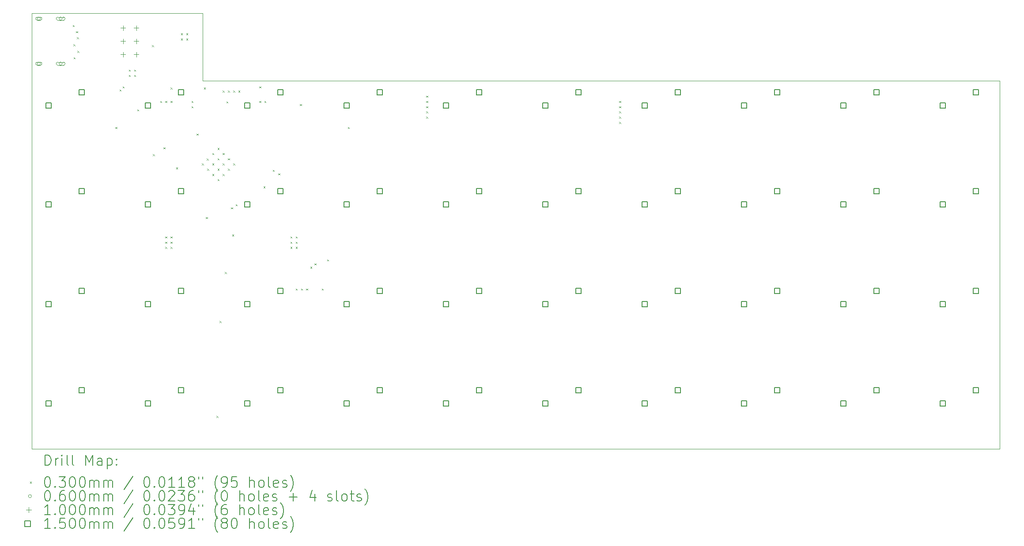
<source format=gbr>
%TF.GenerationSoftware,KiCad,Pcbnew,8.0.9-8.0.9-0~ubuntu22.04.1*%
%TF.CreationDate,2025-05-05T00:52:08+08:00*%
%TF.ProjectId,macropad,6d616372-6f70-4616-942e-6b696361645f,rev?*%
%TF.SameCoordinates,Original*%
%TF.FileFunction,Drillmap*%
%TF.FilePolarity,Positive*%
%FSLAX45Y45*%
G04 Gerber Fmt 4.5, Leading zero omitted, Abs format (unit mm)*
G04 Created by KiCad (PCBNEW 8.0.9-8.0.9-0~ubuntu22.04.1) date 2025-05-05 00:52:08*
%MOMM*%
%LPD*%
G01*
G04 APERTURE LIST*
%ADD10C,0.050000*%
%ADD11C,0.200000*%
%ADD12C,0.100000*%
%ADD13C,0.150000*%
G04 APERTURE END LIST*
D10*
X7420000Y-8820000D02*
X7420000Y-15860000D01*
X7420000Y-8820000D02*
X7420000Y-8600000D01*
X25980000Y-15860000D02*
X7420000Y-15860000D01*
X10700000Y-8800000D02*
X25980000Y-8800000D01*
X10700000Y-7500000D02*
X10700000Y-8800000D01*
X7420000Y-8600000D02*
X7420000Y-7500000D01*
X25980000Y-8800000D02*
X25980000Y-15860000D01*
X7420000Y-7500000D02*
X10700000Y-7500000D01*
D11*
D12*
X8207576Y-7727576D02*
X8237576Y-7757576D01*
X8237576Y-7727576D02*
X8207576Y-7757576D01*
X8223087Y-8095913D02*
X8253087Y-8125913D01*
X8253087Y-8095913D02*
X8223087Y-8125913D01*
X8225000Y-8345000D02*
X8255000Y-8375000D01*
X8255000Y-8345000D02*
X8225000Y-8375000D01*
X8271500Y-7847500D02*
X8301500Y-7877500D01*
X8301500Y-7847500D02*
X8271500Y-7877500D01*
X8288087Y-7962500D02*
X8318087Y-7992500D01*
X8318087Y-7962500D02*
X8288087Y-7992500D01*
X8296500Y-8222500D02*
X8326500Y-8252500D01*
X8326500Y-8222500D02*
X8296500Y-8252500D01*
X9025000Y-9685000D02*
X9055000Y-9715000D01*
X9055000Y-9685000D02*
X9025000Y-9715000D01*
X9104948Y-8965052D02*
X9134948Y-8995052D01*
X9134948Y-8965052D02*
X9104948Y-8995052D01*
X9165052Y-8904948D02*
X9195052Y-8934948D01*
X9195052Y-8904948D02*
X9165052Y-8934948D01*
X9285000Y-8585000D02*
X9315000Y-8615000D01*
X9315000Y-8585000D02*
X9285000Y-8615000D01*
X9285000Y-8685000D02*
X9315000Y-8715000D01*
X9315000Y-8685000D02*
X9285000Y-8715000D01*
X9385000Y-8585000D02*
X9415000Y-8615000D01*
X9415000Y-8585000D02*
X9385000Y-8615000D01*
X9385000Y-8685000D02*
X9415000Y-8715000D01*
X9415000Y-8685000D02*
X9385000Y-8715000D01*
X9445000Y-9345000D02*
X9475000Y-9375000D01*
X9475000Y-9345000D02*
X9445000Y-9375000D01*
X9730000Y-8115000D02*
X9760000Y-8145000D01*
X9760000Y-8115000D02*
X9730000Y-8145000D01*
X9745000Y-10205000D02*
X9775000Y-10235000D01*
X9775000Y-10205000D02*
X9745000Y-10235000D01*
X9885000Y-9185000D02*
X9915000Y-9215000D01*
X9915000Y-9185000D02*
X9885000Y-9215000D01*
X9950000Y-10072500D02*
X9980000Y-10102500D01*
X9980000Y-10072500D02*
X9950000Y-10102500D01*
X9985000Y-9185000D02*
X10015000Y-9215000D01*
X10015000Y-9185000D02*
X9985000Y-9215000D01*
X9985000Y-11785000D02*
X10015000Y-11815000D01*
X10015000Y-11785000D02*
X9985000Y-11815000D01*
X9985000Y-11885000D02*
X10015000Y-11915000D01*
X10015000Y-11885000D02*
X9985000Y-11915000D01*
X9985000Y-11985000D02*
X10015000Y-12015000D01*
X10015000Y-11985000D02*
X9985000Y-12015000D01*
X10085000Y-8925000D02*
X10115000Y-8955000D01*
X10115000Y-8925000D02*
X10085000Y-8955000D01*
X10085000Y-9185000D02*
X10115000Y-9215000D01*
X10115000Y-9185000D02*
X10085000Y-9215000D01*
X10085000Y-11785000D02*
X10115000Y-11815000D01*
X10115000Y-11785000D02*
X10085000Y-11815000D01*
X10085000Y-11885000D02*
X10115000Y-11915000D01*
X10115000Y-11885000D02*
X10085000Y-11915000D01*
X10085000Y-11985000D02*
X10115000Y-12015000D01*
X10115000Y-11985000D02*
X10085000Y-12015000D01*
X10190000Y-10460000D02*
X10220000Y-10490000D01*
X10220000Y-10460000D02*
X10190000Y-10490000D01*
X10285000Y-7885000D02*
X10315000Y-7915000D01*
X10315000Y-7885000D02*
X10285000Y-7915000D01*
X10285000Y-7985000D02*
X10315000Y-8015000D01*
X10315000Y-7985000D02*
X10285000Y-8015000D01*
X10385000Y-7885000D02*
X10415000Y-7915000D01*
X10415000Y-7885000D02*
X10385000Y-7915000D01*
X10385000Y-7985000D02*
X10415000Y-8015000D01*
X10415000Y-7985000D02*
X10385000Y-8015000D01*
X10485000Y-9185000D02*
X10515000Y-9215000D01*
X10515000Y-9185000D02*
X10485000Y-9215000D01*
X10485000Y-9285000D02*
X10515000Y-9315000D01*
X10515000Y-9285000D02*
X10485000Y-9315000D01*
X10585000Y-9810000D02*
X10615000Y-9840000D01*
X10615000Y-9810000D02*
X10585000Y-9840000D01*
X10685000Y-10385000D02*
X10715000Y-10415000D01*
X10715000Y-10385000D02*
X10685000Y-10415000D01*
X10725000Y-8925000D02*
X10755000Y-8955000D01*
X10755000Y-8925000D02*
X10725000Y-8955000D01*
X10760000Y-11410000D02*
X10790000Y-11440000D01*
X10790000Y-11410000D02*
X10760000Y-11440000D01*
X10778431Y-10291569D02*
X10808431Y-10321569D01*
X10808431Y-10291569D02*
X10778431Y-10321569D01*
X10785000Y-10485000D02*
X10815000Y-10515000D01*
X10815000Y-10485000D02*
X10785000Y-10515000D01*
X10884133Y-10385000D02*
X10914133Y-10415000D01*
X10914133Y-10385000D02*
X10884133Y-10415000D01*
X10884133Y-10585000D02*
X10914133Y-10615000D01*
X10914133Y-10585000D02*
X10884133Y-10615000D01*
X10885000Y-10185000D02*
X10915000Y-10215000D01*
X10915000Y-10185000D02*
X10885000Y-10215000D01*
X10965000Y-15225000D02*
X10995000Y-15255000D01*
X10995000Y-15225000D02*
X10965000Y-15255000D01*
X10985000Y-10085000D02*
X11015000Y-10115000D01*
X11015000Y-10085000D02*
X10985000Y-10115000D01*
X10985000Y-10285000D02*
X11015000Y-10315000D01*
X11015000Y-10285000D02*
X10985000Y-10315000D01*
X10985000Y-10485000D02*
X11015000Y-10515000D01*
X11015000Y-10485000D02*
X10985000Y-10515000D01*
X10985000Y-10685000D02*
X11015000Y-10715000D01*
X11015000Y-10685000D02*
X10985000Y-10715000D01*
X11025000Y-13405000D02*
X11055000Y-13435000D01*
X11055000Y-13405000D02*
X11025000Y-13435000D01*
X11085000Y-8985000D02*
X11115000Y-9015000D01*
X11115000Y-8985000D02*
X11085000Y-9015000D01*
X11085000Y-10185000D02*
X11115000Y-10215000D01*
X11115000Y-10185000D02*
X11085000Y-10215000D01*
X11085000Y-10385000D02*
X11115000Y-10415000D01*
X11115000Y-10385000D02*
X11085000Y-10415000D01*
X11085000Y-10585000D02*
X11115000Y-10615000D01*
X11115000Y-10585000D02*
X11085000Y-10615000D01*
X11125000Y-12465000D02*
X11155000Y-12495000D01*
X11155000Y-12465000D02*
X11125000Y-12495000D01*
X11155000Y-9195000D02*
X11185000Y-9225000D01*
X11185000Y-9195000D02*
X11155000Y-9225000D01*
X11185000Y-8985000D02*
X11215000Y-9015000D01*
X11215000Y-8985000D02*
X11185000Y-9015000D01*
X11185000Y-10285000D02*
X11215000Y-10315000D01*
X11215000Y-10285000D02*
X11185000Y-10315000D01*
X11185000Y-10485000D02*
X11215000Y-10515000D01*
X11215000Y-10485000D02*
X11185000Y-10515000D01*
X11245000Y-11225000D02*
X11275000Y-11255000D01*
X11275000Y-11225000D02*
X11245000Y-11255000D01*
X11265000Y-11745000D02*
X11295000Y-11775000D01*
X11295000Y-11745000D02*
X11265000Y-11775000D01*
X11285000Y-8985000D02*
X11315000Y-9015000D01*
X11315000Y-8985000D02*
X11285000Y-9015000D01*
X11285000Y-10385000D02*
X11315000Y-10415000D01*
X11315000Y-10385000D02*
X11285000Y-10415000D01*
X11332000Y-11165000D02*
X11362000Y-11195000D01*
X11362000Y-11165000D02*
X11332000Y-11195000D01*
X11385000Y-8985000D02*
X11415000Y-9015000D01*
X11415000Y-8985000D02*
X11385000Y-9015000D01*
X11785000Y-8905000D02*
X11815000Y-8935000D01*
X11815000Y-8905000D02*
X11785000Y-8935000D01*
X11785000Y-9185000D02*
X11815000Y-9215000D01*
X11815000Y-9185000D02*
X11785000Y-9215000D01*
X11865000Y-10825000D02*
X11895000Y-10855000D01*
X11895000Y-10825000D02*
X11865000Y-10855000D01*
X11885000Y-9185000D02*
X11915000Y-9215000D01*
X11915000Y-9185000D02*
X11885000Y-9215000D01*
X12045000Y-10505000D02*
X12075000Y-10535000D01*
X12075000Y-10505000D02*
X12045000Y-10535000D01*
X12149052Y-10574067D02*
X12179052Y-10604067D01*
X12179052Y-10574067D02*
X12149052Y-10604067D01*
X12385000Y-11785000D02*
X12415000Y-11815000D01*
X12415000Y-11785000D02*
X12385000Y-11815000D01*
X12385000Y-11885000D02*
X12415000Y-11915000D01*
X12415000Y-11885000D02*
X12385000Y-11915000D01*
X12385000Y-11985000D02*
X12415000Y-12015000D01*
X12415000Y-11985000D02*
X12385000Y-12015000D01*
X12485000Y-11785000D02*
X12515000Y-11815000D01*
X12515000Y-11785000D02*
X12485000Y-11815000D01*
X12485000Y-11885000D02*
X12515000Y-11915000D01*
X12515000Y-11885000D02*
X12485000Y-11915000D01*
X12485000Y-11985000D02*
X12515000Y-12015000D01*
X12515000Y-11985000D02*
X12485000Y-12015000D01*
X12485000Y-12785000D02*
X12515000Y-12815000D01*
X12515000Y-12785000D02*
X12485000Y-12815000D01*
X12565000Y-9245000D02*
X12595000Y-9275000D01*
X12595000Y-9245000D02*
X12565000Y-9275000D01*
X12585000Y-12785000D02*
X12615000Y-12815000D01*
X12615000Y-12785000D02*
X12585000Y-12815000D01*
X12685000Y-12785000D02*
X12715000Y-12815000D01*
X12715000Y-12785000D02*
X12685000Y-12815000D01*
X12765000Y-12365000D02*
X12795000Y-12395000D01*
X12795000Y-12365000D02*
X12765000Y-12395000D01*
X12845000Y-12300000D02*
X12875000Y-12330000D01*
X12875000Y-12300000D02*
X12845000Y-12330000D01*
X12985000Y-12785000D02*
X13015000Y-12815000D01*
X13015000Y-12785000D02*
X12985000Y-12815000D01*
X13085000Y-12225000D02*
X13115000Y-12255000D01*
X13115000Y-12225000D02*
X13085000Y-12255000D01*
X13485000Y-9685000D02*
X13515000Y-9715000D01*
X13515000Y-9685000D02*
X13485000Y-9715000D01*
X14985000Y-9085000D02*
X15015000Y-9115000D01*
X15015000Y-9085000D02*
X14985000Y-9115000D01*
X14985000Y-9185000D02*
X15015000Y-9215000D01*
X15015000Y-9185000D02*
X14985000Y-9215000D01*
X14985000Y-9285000D02*
X15015000Y-9315000D01*
X15015000Y-9285000D02*
X14985000Y-9315000D01*
X14985000Y-9385000D02*
X15015000Y-9415000D01*
X15015000Y-9385000D02*
X14985000Y-9415000D01*
X14985000Y-9485000D02*
X15015000Y-9515000D01*
X15015000Y-9485000D02*
X14985000Y-9515000D01*
X18685000Y-9185000D02*
X18715000Y-9215000D01*
X18715000Y-9185000D02*
X18685000Y-9215000D01*
X18685000Y-9285000D02*
X18715000Y-9315000D01*
X18715000Y-9285000D02*
X18685000Y-9315000D01*
X18685000Y-9385000D02*
X18715000Y-9415000D01*
X18715000Y-9385000D02*
X18685000Y-9415000D01*
X18685000Y-9485000D02*
X18715000Y-9515000D01*
X18715000Y-9485000D02*
X18685000Y-9515000D01*
X18685000Y-9585000D02*
X18715000Y-9615000D01*
X18715000Y-9585000D02*
X18685000Y-9615000D01*
X7589000Y-7605500D02*
G75*
G02*
X7529000Y-7605500I-30000J0D01*
G01*
X7529000Y-7605500D02*
G75*
G02*
X7589000Y-7605500I30000J0D01*
G01*
X7589000Y-7575500D02*
X7529000Y-7575500D01*
X7529000Y-7635500D02*
G75*
G02*
X7529000Y-7575500I0J30000D01*
G01*
X7529000Y-7635500D02*
X7589000Y-7635500D01*
X7589000Y-7635500D02*
G75*
G03*
X7589000Y-7575500I0J30000D01*
G01*
X7589000Y-8469500D02*
G75*
G02*
X7529000Y-8469500I-30000J0D01*
G01*
X7529000Y-8469500D02*
G75*
G02*
X7589000Y-8469500I30000J0D01*
G01*
X7589000Y-8439500D02*
X7529000Y-8439500D01*
X7529000Y-8499500D02*
G75*
G02*
X7529000Y-8439500I0J30000D01*
G01*
X7529000Y-8499500D02*
X7589000Y-8499500D01*
X7589000Y-8499500D02*
G75*
G03*
X7589000Y-8439500I0J30000D01*
G01*
X8007000Y-7605500D02*
G75*
G02*
X7947000Y-7605500I-30000J0D01*
G01*
X7947000Y-7605500D02*
G75*
G02*
X8007000Y-7605500I30000J0D01*
G01*
X8032000Y-7575500D02*
X7922000Y-7575500D01*
X7922000Y-7635500D02*
G75*
G02*
X7922000Y-7575500I0J30000D01*
G01*
X7922000Y-7635500D02*
X8032000Y-7635500D01*
X8032000Y-7635500D02*
G75*
G03*
X8032000Y-7575500I0J30000D01*
G01*
X8007000Y-8469500D02*
G75*
G02*
X7947000Y-8469500I-30000J0D01*
G01*
X7947000Y-8469500D02*
G75*
G02*
X8007000Y-8469500I30000J0D01*
G01*
X8032000Y-8439500D02*
X7922000Y-8439500D01*
X7922000Y-8499500D02*
G75*
G02*
X7922000Y-8439500I0J30000D01*
G01*
X7922000Y-8499500D02*
X8032000Y-8499500D01*
X8032000Y-8499500D02*
G75*
G03*
X8032000Y-8439500I0J30000D01*
G01*
X9173000Y-7735500D02*
X9173000Y-7835500D01*
X9123000Y-7785500D02*
X9223000Y-7785500D01*
X9173000Y-7989500D02*
X9173000Y-8089500D01*
X9123000Y-8039500D02*
X9223000Y-8039500D01*
X9173000Y-8243500D02*
X9173000Y-8343500D01*
X9123000Y-8293500D02*
X9223000Y-8293500D01*
X9427000Y-7735500D02*
X9427000Y-7835500D01*
X9377000Y-7785500D02*
X9477000Y-7785500D01*
X9427000Y-7989500D02*
X9427000Y-8089500D01*
X9377000Y-8039500D02*
X9477000Y-8039500D01*
X9427000Y-8243500D02*
X9427000Y-8343500D01*
X9377000Y-8293500D02*
X9477000Y-8293500D01*
D13*
X7800033Y-9324034D02*
X7800033Y-9217967D01*
X7693966Y-9217967D01*
X7693966Y-9324034D01*
X7800033Y-9324034D01*
X7800033Y-11221033D02*
X7800033Y-11114967D01*
X7693966Y-11114967D01*
X7693966Y-11221033D01*
X7800033Y-11221033D01*
X7800033Y-13134033D02*
X7800033Y-13027966D01*
X7693966Y-13027966D01*
X7693966Y-13134033D01*
X7800033Y-13134033D01*
X7800033Y-15039033D02*
X7800033Y-14932966D01*
X7693966Y-14932966D01*
X7693966Y-15039033D01*
X7800033Y-15039033D01*
X8435034Y-9070034D02*
X8435034Y-8963967D01*
X8328966Y-8963967D01*
X8328966Y-9070034D01*
X8435034Y-9070034D01*
X8435034Y-10967034D02*
X8435034Y-10860967D01*
X8328966Y-10860967D01*
X8328966Y-10967034D01*
X8435034Y-10967034D01*
X8435034Y-12880033D02*
X8435034Y-12773966D01*
X8328966Y-12773966D01*
X8328966Y-12880033D01*
X8435034Y-12880033D01*
X8435034Y-14785033D02*
X8435034Y-14678966D01*
X8328966Y-14678966D01*
X8328966Y-14785033D01*
X8435034Y-14785033D01*
X9705034Y-9324034D02*
X9705034Y-9217967D01*
X9598967Y-9217967D01*
X9598967Y-9324034D01*
X9705034Y-9324034D01*
X9705034Y-11221033D02*
X9705034Y-11114967D01*
X9598967Y-11114967D01*
X9598967Y-11221033D01*
X9705034Y-11221033D01*
X9705034Y-13134033D02*
X9705034Y-13027966D01*
X9598967Y-13027966D01*
X9598967Y-13134033D01*
X9705034Y-13134033D01*
X9705034Y-15039033D02*
X9705034Y-14932966D01*
X9598967Y-14932966D01*
X9598967Y-15039033D01*
X9705034Y-15039033D01*
X10340034Y-9070034D02*
X10340034Y-8963967D01*
X10233967Y-8963967D01*
X10233967Y-9070034D01*
X10340034Y-9070034D01*
X10340034Y-10967034D02*
X10340034Y-10860967D01*
X10233967Y-10860967D01*
X10233967Y-10967034D01*
X10340034Y-10967034D01*
X10340034Y-12880033D02*
X10340034Y-12773966D01*
X10233967Y-12773966D01*
X10233967Y-12880033D01*
X10340034Y-12880033D01*
X10340034Y-14785033D02*
X10340034Y-14678966D01*
X10233967Y-14678966D01*
X10233967Y-14785033D01*
X10340034Y-14785033D01*
X11610033Y-9324034D02*
X11610033Y-9217967D01*
X11503966Y-9217967D01*
X11503966Y-9324034D01*
X11610033Y-9324034D01*
X11610033Y-11221033D02*
X11610033Y-11114967D01*
X11503966Y-11114967D01*
X11503966Y-11221033D01*
X11610033Y-11221033D01*
X11610033Y-13134033D02*
X11610033Y-13027966D01*
X11503966Y-13027966D01*
X11503966Y-13134033D01*
X11610033Y-13134033D01*
X11610033Y-15039033D02*
X11610033Y-14932966D01*
X11503966Y-14932966D01*
X11503966Y-15039033D01*
X11610033Y-15039033D01*
X12245033Y-9070034D02*
X12245033Y-8963967D01*
X12138966Y-8963967D01*
X12138966Y-9070034D01*
X12245033Y-9070034D01*
X12245033Y-10967034D02*
X12245033Y-10860967D01*
X12138966Y-10860967D01*
X12138966Y-10967034D01*
X12245033Y-10967034D01*
X12245033Y-12880033D02*
X12245033Y-12773966D01*
X12138966Y-12773966D01*
X12138966Y-12880033D01*
X12245033Y-12880033D01*
X12245033Y-14785033D02*
X12245033Y-14678966D01*
X12138966Y-14678966D01*
X12138966Y-14785033D01*
X12245033Y-14785033D01*
X13515033Y-9324034D02*
X13515033Y-9217967D01*
X13408966Y-9217967D01*
X13408966Y-9324034D01*
X13515033Y-9324034D01*
X13515033Y-11221033D02*
X13515033Y-11114967D01*
X13408966Y-11114967D01*
X13408966Y-11221033D01*
X13515033Y-11221033D01*
X13515033Y-13134033D02*
X13515033Y-13027966D01*
X13408966Y-13027966D01*
X13408966Y-13134033D01*
X13515033Y-13134033D01*
X13515033Y-15039033D02*
X13515033Y-14932966D01*
X13408966Y-14932966D01*
X13408966Y-15039033D01*
X13515033Y-15039033D01*
X14150033Y-9070034D02*
X14150033Y-8963967D01*
X14043966Y-8963967D01*
X14043966Y-9070034D01*
X14150033Y-9070034D01*
X14150033Y-10967034D02*
X14150033Y-10860967D01*
X14043966Y-10860967D01*
X14043966Y-10967034D01*
X14150033Y-10967034D01*
X14150033Y-12880033D02*
X14150033Y-12773966D01*
X14043966Y-12773966D01*
X14043966Y-12880033D01*
X14150033Y-12880033D01*
X14150033Y-14785033D02*
X14150033Y-14678966D01*
X14043966Y-14678966D01*
X14043966Y-14785033D01*
X14150033Y-14785033D01*
X15420033Y-9324034D02*
X15420033Y-9217967D01*
X15313966Y-9217967D01*
X15313966Y-9324034D01*
X15420033Y-9324034D01*
X15420033Y-11221033D02*
X15420033Y-11114967D01*
X15313966Y-11114967D01*
X15313966Y-11221033D01*
X15420033Y-11221033D01*
X15420033Y-13134033D02*
X15420033Y-13027966D01*
X15313966Y-13027966D01*
X15313966Y-13134033D01*
X15420033Y-13134033D01*
X15420033Y-15039033D02*
X15420033Y-14932966D01*
X15313966Y-14932966D01*
X15313966Y-15039033D01*
X15420033Y-15039033D01*
X16055033Y-9070034D02*
X16055033Y-8963967D01*
X15948966Y-8963967D01*
X15948966Y-9070034D01*
X16055033Y-9070034D01*
X16055033Y-10967034D02*
X16055033Y-10860967D01*
X15948966Y-10860967D01*
X15948966Y-10967034D01*
X16055033Y-10967034D01*
X16055033Y-12880033D02*
X16055033Y-12773966D01*
X15948966Y-12773966D01*
X15948966Y-12880033D01*
X16055033Y-12880033D01*
X16055033Y-14785033D02*
X16055033Y-14678966D01*
X15948966Y-14678966D01*
X15948966Y-14785033D01*
X16055033Y-14785033D01*
X17325034Y-9324034D02*
X17325034Y-9217967D01*
X17218967Y-9217967D01*
X17218967Y-9324034D01*
X17325034Y-9324034D01*
X17325034Y-11221033D02*
X17325034Y-11114967D01*
X17218967Y-11114967D01*
X17218967Y-11221033D01*
X17325034Y-11221033D01*
X17325034Y-13134033D02*
X17325034Y-13027966D01*
X17218967Y-13027966D01*
X17218967Y-13134033D01*
X17325034Y-13134033D01*
X17325034Y-15039033D02*
X17325034Y-14932966D01*
X17218967Y-14932966D01*
X17218967Y-15039033D01*
X17325034Y-15039033D01*
X17960034Y-9070034D02*
X17960034Y-8963967D01*
X17853967Y-8963967D01*
X17853967Y-9070034D01*
X17960034Y-9070034D01*
X17960034Y-10967034D02*
X17960034Y-10860967D01*
X17853967Y-10860967D01*
X17853967Y-10967034D01*
X17960034Y-10967034D01*
X17960034Y-12880033D02*
X17960034Y-12773966D01*
X17853967Y-12773966D01*
X17853967Y-12880033D01*
X17960034Y-12880033D01*
X17960034Y-14785033D02*
X17960034Y-14678966D01*
X17853967Y-14678966D01*
X17853967Y-14785033D01*
X17960034Y-14785033D01*
X19230034Y-9324034D02*
X19230034Y-9217967D01*
X19123967Y-9217967D01*
X19123967Y-9324034D01*
X19230034Y-9324034D01*
X19230034Y-11221033D02*
X19230034Y-11114967D01*
X19123967Y-11114967D01*
X19123967Y-11221033D01*
X19230034Y-11221033D01*
X19230034Y-13134033D02*
X19230034Y-13027966D01*
X19123967Y-13027966D01*
X19123967Y-13134033D01*
X19230034Y-13134033D01*
X19230034Y-15039033D02*
X19230034Y-14932966D01*
X19123967Y-14932966D01*
X19123967Y-15039033D01*
X19230034Y-15039033D01*
X19865034Y-9070034D02*
X19865034Y-8963967D01*
X19758967Y-8963967D01*
X19758967Y-9070034D01*
X19865034Y-9070034D01*
X19865034Y-10967034D02*
X19865034Y-10860967D01*
X19758967Y-10860967D01*
X19758967Y-10967034D01*
X19865034Y-10967034D01*
X19865034Y-12880033D02*
X19865034Y-12773966D01*
X19758967Y-12773966D01*
X19758967Y-12880033D01*
X19865034Y-12880033D01*
X19865034Y-14785033D02*
X19865034Y-14678966D01*
X19758967Y-14678966D01*
X19758967Y-14785033D01*
X19865034Y-14785033D01*
X21135034Y-9324034D02*
X21135034Y-9217967D01*
X21028967Y-9217967D01*
X21028967Y-9324034D01*
X21135034Y-9324034D01*
X21135034Y-11221033D02*
X21135034Y-11114967D01*
X21028967Y-11114967D01*
X21028967Y-11221033D01*
X21135034Y-11221033D01*
X21135034Y-13134033D02*
X21135034Y-13027966D01*
X21028967Y-13027966D01*
X21028967Y-13134033D01*
X21135034Y-13134033D01*
X21135034Y-15039033D02*
X21135034Y-14932966D01*
X21028967Y-14932966D01*
X21028967Y-15039033D01*
X21135034Y-15039033D01*
X21770034Y-9070034D02*
X21770034Y-8963967D01*
X21663967Y-8963967D01*
X21663967Y-9070034D01*
X21770034Y-9070034D01*
X21770034Y-10967034D02*
X21770034Y-10860967D01*
X21663967Y-10860967D01*
X21663967Y-10967034D01*
X21770034Y-10967034D01*
X21770034Y-12880033D02*
X21770034Y-12773966D01*
X21663967Y-12773966D01*
X21663967Y-12880033D01*
X21770034Y-12880033D01*
X21770034Y-14785033D02*
X21770034Y-14678966D01*
X21663967Y-14678966D01*
X21663967Y-14785033D01*
X21770034Y-14785033D01*
X23040033Y-9324034D02*
X23040033Y-9217967D01*
X22933966Y-9217967D01*
X22933966Y-9324034D01*
X23040033Y-9324034D01*
X23040033Y-11221033D02*
X23040033Y-11114967D01*
X22933966Y-11114967D01*
X22933966Y-11221033D01*
X23040033Y-11221033D01*
X23040033Y-13134033D02*
X23040033Y-13027966D01*
X22933966Y-13027966D01*
X22933966Y-13134033D01*
X23040033Y-13134033D01*
X23040033Y-15039033D02*
X23040033Y-14932966D01*
X22933966Y-14932966D01*
X22933966Y-15039033D01*
X23040033Y-15039033D01*
X23675033Y-9070034D02*
X23675033Y-8963967D01*
X23568966Y-8963967D01*
X23568966Y-9070034D01*
X23675033Y-9070034D01*
X23675033Y-10967034D02*
X23675033Y-10860967D01*
X23568966Y-10860967D01*
X23568966Y-10967034D01*
X23675033Y-10967034D01*
X23675033Y-12880033D02*
X23675033Y-12773966D01*
X23568966Y-12773966D01*
X23568966Y-12880033D01*
X23675033Y-12880033D01*
X23675033Y-14785033D02*
X23675033Y-14678966D01*
X23568966Y-14678966D01*
X23568966Y-14785033D01*
X23675033Y-14785033D01*
X24945033Y-9324034D02*
X24945033Y-9217967D01*
X24838966Y-9217967D01*
X24838966Y-9324034D01*
X24945033Y-9324034D01*
X24945033Y-11221033D02*
X24945033Y-11114967D01*
X24838966Y-11114967D01*
X24838966Y-11221033D01*
X24945033Y-11221033D01*
X24945033Y-13134033D02*
X24945033Y-13027966D01*
X24838966Y-13027966D01*
X24838966Y-13134033D01*
X24945033Y-13134033D01*
X24945033Y-15039033D02*
X24945033Y-14932966D01*
X24838966Y-14932966D01*
X24838966Y-15039033D01*
X24945033Y-15039033D01*
X25580033Y-9070034D02*
X25580033Y-8963967D01*
X25473966Y-8963967D01*
X25473966Y-9070034D01*
X25580033Y-9070034D01*
X25580033Y-10967034D02*
X25580033Y-10860967D01*
X25473966Y-10860967D01*
X25473966Y-10967034D01*
X25580033Y-10967034D01*
X25580033Y-12880033D02*
X25580033Y-12773966D01*
X25473966Y-12773966D01*
X25473966Y-12880033D01*
X25580033Y-12880033D01*
X25580033Y-14785033D02*
X25580033Y-14678966D01*
X25473966Y-14678966D01*
X25473966Y-14785033D01*
X25580033Y-14785033D01*
D11*
X7678277Y-16173984D02*
X7678277Y-15973984D01*
X7678277Y-15973984D02*
X7725896Y-15973984D01*
X7725896Y-15973984D02*
X7754467Y-15983508D01*
X7754467Y-15983508D02*
X7773515Y-16002555D01*
X7773515Y-16002555D02*
X7783039Y-16021603D01*
X7783039Y-16021603D02*
X7792562Y-16059698D01*
X7792562Y-16059698D02*
X7792562Y-16088269D01*
X7792562Y-16088269D02*
X7783039Y-16126365D01*
X7783039Y-16126365D02*
X7773515Y-16145412D01*
X7773515Y-16145412D02*
X7754467Y-16164460D01*
X7754467Y-16164460D02*
X7725896Y-16173984D01*
X7725896Y-16173984D02*
X7678277Y-16173984D01*
X7878277Y-16173984D02*
X7878277Y-16040650D01*
X7878277Y-16078746D02*
X7887801Y-16059698D01*
X7887801Y-16059698D02*
X7897324Y-16050174D01*
X7897324Y-16050174D02*
X7916372Y-16040650D01*
X7916372Y-16040650D02*
X7935420Y-16040650D01*
X8002086Y-16173984D02*
X8002086Y-16040650D01*
X8002086Y-15973984D02*
X7992562Y-15983508D01*
X7992562Y-15983508D02*
X8002086Y-15993031D01*
X8002086Y-15993031D02*
X8011610Y-15983508D01*
X8011610Y-15983508D02*
X8002086Y-15973984D01*
X8002086Y-15973984D02*
X8002086Y-15993031D01*
X8125896Y-16173984D02*
X8106848Y-16164460D01*
X8106848Y-16164460D02*
X8097324Y-16145412D01*
X8097324Y-16145412D02*
X8097324Y-15973984D01*
X8230658Y-16173984D02*
X8211610Y-16164460D01*
X8211610Y-16164460D02*
X8202086Y-16145412D01*
X8202086Y-16145412D02*
X8202086Y-15973984D01*
X8459229Y-16173984D02*
X8459229Y-15973984D01*
X8459229Y-15973984D02*
X8525896Y-16116841D01*
X8525896Y-16116841D02*
X8592563Y-15973984D01*
X8592563Y-15973984D02*
X8592563Y-16173984D01*
X8773515Y-16173984D02*
X8773515Y-16069222D01*
X8773515Y-16069222D02*
X8763991Y-16050174D01*
X8763991Y-16050174D02*
X8744944Y-16040650D01*
X8744944Y-16040650D02*
X8706848Y-16040650D01*
X8706848Y-16040650D02*
X8687801Y-16050174D01*
X8773515Y-16164460D02*
X8754467Y-16173984D01*
X8754467Y-16173984D02*
X8706848Y-16173984D01*
X8706848Y-16173984D02*
X8687801Y-16164460D01*
X8687801Y-16164460D02*
X8678277Y-16145412D01*
X8678277Y-16145412D02*
X8678277Y-16126365D01*
X8678277Y-16126365D02*
X8687801Y-16107317D01*
X8687801Y-16107317D02*
X8706848Y-16097793D01*
X8706848Y-16097793D02*
X8754467Y-16097793D01*
X8754467Y-16097793D02*
X8773515Y-16088269D01*
X8868753Y-16040650D02*
X8868753Y-16240650D01*
X8868753Y-16050174D02*
X8887801Y-16040650D01*
X8887801Y-16040650D02*
X8925896Y-16040650D01*
X8925896Y-16040650D02*
X8944944Y-16050174D01*
X8944944Y-16050174D02*
X8954467Y-16059698D01*
X8954467Y-16059698D02*
X8963991Y-16078746D01*
X8963991Y-16078746D02*
X8963991Y-16135888D01*
X8963991Y-16135888D02*
X8954467Y-16154936D01*
X8954467Y-16154936D02*
X8944944Y-16164460D01*
X8944944Y-16164460D02*
X8925896Y-16173984D01*
X8925896Y-16173984D02*
X8887801Y-16173984D01*
X8887801Y-16173984D02*
X8868753Y-16164460D01*
X9049705Y-16154936D02*
X9059229Y-16164460D01*
X9059229Y-16164460D02*
X9049705Y-16173984D01*
X9049705Y-16173984D02*
X9040182Y-16164460D01*
X9040182Y-16164460D02*
X9049705Y-16154936D01*
X9049705Y-16154936D02*
X9049705Y-16173984D01*
X9049705Y-16050174D02*
X9059229Y-16059698D01*
X9059229Y-16059698D02*
X9049705Y-16069222D01*
X9049705Y-16069222D02*
X9040182Y-16059698D01*
X9040182Y-16059698D02*
X9049705Y-16050174D01*
X9049705Y-16050174D02*
X9049705Y-16069222D01*
D12*
X7387500Y-16487500D02*
X7417500Y-16517500D01*
X7417500Y-16487500D02*
X7387500Y-16517500D01*
D11*
X7716372Y-16393984D02*
X7735420Y-16393984D01*
X7735420Y-16393984D02*
X7754467Y-16403508D01*
X7754467Y-16403508D02*
X7763991Y-16413031D01*
X7763991Y-16413031D02*
X7773515Y-16432079D01*
X7773515Y-16432079D02*
X7783039Y-16470174D01*
X7783039Y-16470174D02*
X7783039Y-16517793D01*
X7783039Y-16517793D02*
X7773515Y-16555888D01*
X7773515Y-16555888D02*
X7763991Y-16574936D01*
X7763991Y-16574936D02*
X7754467Y-16584460D01*
X7754467Y-16584460D02*
X7735420Y-16593984D01*
X7735420Y-16593984D02*
X7716372Y-16593984D01*
X7716372Y-16593984D02*
X7697324Y-16584460D01*
X7697324Y-16584460D02*
X7687801Y-16574936D01*
X7687801Y-16574936D02*
X7678277Y-16555888D01*
X7678277Y-16555888D02*
X7668753Y-16517793D01*
X7668753Y-16517793D02*
X7668753Y-16470174D01*
X7668753Y-16470174D02*
X7678277Y-16432079D01*
X7678277Y-16432079D02*
X7687801Y-16413031D01*
X7687801Y-16413031D02*
X7697324Y-16403508D01*
X7697324Y-16403508D02*
X7716372Y-16393984D01*
X7868753Y-16574936D02*
X7878277Y-16584460D01*
X7878277Y-16584460D02*
X7868753Y-16593984D01*
X7868753Y-16593984D02*
X7859229Y-16584460D01*
X7859229Y-16584460D02*
X7868753Y-16574936D01*
X7868753Y-16574936D02*
X7868753Y-16593984D01*
X7944943Y-16393984D02*
X8068753Y-16393984D01*
X8068753Y-16393984D02*
X8002086Y-16470174D01*
X8002086Y-16470174D02*
X8030658Y-16470174D01*
X8030658Y-16470174D02*
X8049705Y-16479698D01*
X8049705Y-16479698D02*
X8059229Y-16489222D01*
X8059229Y-16489222D02*
X8068753Y-16508269D01*
X8068753Y-16508269D02*
X8068753Y-16555888D01*
X8068753Y-16555888D02*
X8059229Y-16574936D01*
X8059229Y-16574936D02*
X8049705Y-16584460D01*
X8049705Y-16584460D02*
X8030658Y-16593984D01*
X8030658Y-16593984D02*
X7973515Y-16593984D01*
X7973515Y-16593984D02*
X7954467Y-16584460D01*
X7954467Y-16584460D02*
X7944943Y-16574936D01*
X8192562Y-16393984D02*
X8211610Y-16393984D01*
X8211610Y-16393984D02*
X8230658Y-16403508D01*
X8230658Y-16403508D02*
X8240182Y-16413031D01*
X8240182Y-16413031D02*
X8249705Y-16432079D01*
X8249705Y-16432079D02*
X8259229Y-16470174D01*
X8259229Y-16470174D02*
X8259229Y-16517793D01*
X8259229Y-16517793D02*
X8249705Y-16555888D01*
X8249705Y-16555888D02*
X8240182Y-16574936D01*
X8240182Y-16574936D02*
X8230658Y-16584460D01*
X8230658Y-16584460D02*
X8211610Y-16593984D01*
X8211610Y-16593984D02*
X8192562Y-16593984D01*
X8192562Y-16593984D02*
X8173515Y-16584460D01*
X8173515Y-16584460D02*
X8163991Y-16574936D01*
X8163991Y-16574936D02*
X8154467Y-16555888D01*
X8154467Y-16555888D02*
X8144943Y-16517793D01*
X8144943Y-16517793D02*
X8144943Y-16470174D01*
X8144943Y-16470174D02*
X8154467Y-16432079D01*
X8154467Y-16432079D02*
X8163991Y-16413031D01*
X8163991Y-16413031D02*
X8173515Y-16403508D01*
X8173515Y-16403508D02*
X8192562Y-16393984D01*
X8383039Y-16393984D02*
X8402086Y-16393984D01*
X8402086Y-16393984D02*
X8421134Y-16403508D01*
X8421134Y-16403508D02*
X8430658Y-16413031D01*
X8430658Y-16413031D02*
X8440182Y-16432079D01*
X8440182Y-16432079D02*
X8449705Y-16470174D01*
X8449705Y-16470174D02*
X8449705Y-16517793D01*
X8449705Y-16517793D02*
X8440182Y-16555888D01*
X8440182Y-16555888D02*
X8430658Y-16574936D01*
X8430658Y-16574936D02*
X8421134Y-16584460D01*
X8421134Y-16584460D02*
X8402086Y-16593984D01*
X8402086Y-16593984D02*
X8383039Y-16593984D01*
X8383039Y-16593984D02*
X8363991Y-16584460D01*
X8363991Y-16584460D02*
X8354467Y-16574936D01*
X8354467Y-16574936D02*
X8344943Y-16555888D01*
X8344943Y-16555888D02*
X8335420Y-16517793D01*
X8335420Y-16517793D02*
X8335420Y-16470174D01*
X8335420Y-16470174D02*
X8344943Y-16432079D01*
X8344943Y-16432079D02*
X8354467Y-16413031D01*
X8354467Y-16413031D02*
X8363991Y-16403508D01*
X8363991Y-16403508D02*
X8383039Y-16393984D01*
X8535420Y-16593984D02*
X8535420Y-16460650D01*
X8535420Y-16479698D02*
X8544944Y-16470174D01*
X8544944Y-16470174D02*
X8563991Y-16460650D01*
X8563991Y-16460650D02*
X8592563Y-16460650D01*
X8592563Y-16460650D02*
X8611610Y-16470174D01*
X8611610Y-16470174D02*
X8621134Y-16489222D01*
X8621134Y-16489222D02*
X8621134Y-16593984D01*
X8621134Y-16489222D02*
X8630658Y-16470174D01*
X8630658Y-16470174D02*
X8649705Y-16460650D01*
X8649705Y-16460650D02*
X8678277Y-16460650D01*
X8678277Y-16460650D02*
X8697325Y-16470174D01*
X8697325Y-16470174D02*
X8706848Y-16489222D01*
X8706848Y-16489222D02*
X8706848Y-16593984D01*
X8802086Y-16593984D02*
X8802086Y-16460650D01*
X8802086Y-16479698D02*
X8811610Y-16470174D01*
X8811610Y-16470174D02*
X8830658Y-16460650D01*
X8830658Y-16460650D02*
X8859229Y-16460650D01*
X8859229Y-16460650D02*
X8878277Y-16470174D01*
X8878277Y-16470174D02*
X8887801Y-16489222D01*
X8887801Y-16489222D02*
X8887801Y-16593984D01*
X8887801Y-16489222D02*
X8897325Y-16470174D01*
X8897325Y-16470174D02*
X8916372Y-16460650D01*
X8916372Y-16460650D02*
X8944944Y-16460650D01*
X8944944Y-16460650D02*
X8963991Y-16470174D01*
X8963991Y-16470174D02*
X8973515Y-16489222D01*
X8973515Y-16489222D02*
X8973515Y-16593984D01*
X9363991Y-16384460D02*
X9192563Y-16641603D01*
X9621134Y-16393984D02*
X9640182Y-16393984D01*
X9640182Y-16393984D02*
X9659229Y-16403508D01*
X9659229Y-16403508D02*
X9668753Y-16413031D01*
X9668753Y-16413031D02*
X9678277Y-16432079D01*
X9678277Y-16432079D02*
X9687801Y-16470174D01*
X9687801Y-16470174D02*
X9687801Y-16517793D01*
X9687801Y-16517793D02*
X9678277Y-16555888D01*
X9678277Y-16555888D02*
X9668753Y-16574936D01*
X9668753Y-16574936D02*
X9659229Y-16584460D01*
X9659229Y-16584460D02*
X9640182Y-16593984D01*
X9640182Y-16593984D02*
X9621134Y-16593984D01*
X9621134Y-16593984D02*
X9602087Y-16584460D01*
X9602087Y-16584460D02*
X9592563Y-16574936D01*
X9592563Y-16574936D02*
X9583039Y-16555888D01*
X9583039Y-16555888D02*
X9573515Y-16517793D01*
X9573515Y-16517793D02*
X9573515Y-16470174D01*
X9573515Y-16470174D02*
X9583039Y-16432079D01*
X9583039Y-16432079D02*
X9592563Y-16413031D01*
X9592563Y-16413031D02*
X9602087Y-16403508D01*
X9602087Y-16403508D02*
X9621134Y-16393984D01*
X9773515Y-16574936D02*
X9783039Y-16584460D01*
X9783039Y-16584460D02*
X9773515Y-16593984D01*
X9773515Y-16593984D02*
X9763991Y-16584460D01*
X9763991Y-16584460D02*
X9773515Y-16574936D01*
X9773515Y-16574936D02*
X9773515Y-16593984D01*
X9906848Y-16393984D02*
X9925896Y-16393984D01*
X9925896Y-16393984D02*
X9944944Y-16403508D01*
X9944944Y-16403508D02*
X9954468Y-16413031D01*
X9954468Y-16413031D02*
X9963991Y-16432079D01*
X9963991Y-16432079D02*
X9973515Y-16470174D01*
X9973515Y-16470174D02*
X9973515Y-16517793D01*
X9973515Y-16517793D02*
X9963991Y-16555888D01*
X9963991Y-16555888D02*
X9954468Y-16574936D01*
X9954468Y-16574936D02*
X9944944Y-16584460D01*
X9944944Y-16584460D02*
X9925896Y-16593984D01*
X9925896Y-16593984D02*
X9906848Y-16593984D01*
X9906848Y-16593984D02*
X9887801Y-16584460D01*
X9887801Y-16584460D02*
X9878277Y-16574936D01*
X9878277Y-16574936D02*
X9868753Y-16555888D01*
X9868753Y-16555888D02*
X9859229Y-16517793D01*
X9859229Y-16517793D02*
X9859229Y-16470174D01*
X9859229Y-16470174D02*
X9868753Y-16432079D01*
X9868753Y-16432079D02*
X9878277Y-16413031D01*
X9878277Y-16413031D02*
X9887801Y-16403508D01*
X9887801Y-16403508D02*
X9906848Y-16393984D01*
X10163991Y-16593984D02*
X10049706Y-16593984D01*
X10106848Y-16593984D02*
X10106848Y-16393984D01*
X10106848Y-16393984D02*
X10087801Y-16422555D01*
X10087801Y-16422555D02*
X10068753Y-16441603D01*
X10068753Y-16441603D02*
X10049706Y-16451127D01*
X10354468Y-16593984D02*
X10240182Y-16593984D01*
X10297325Y-16593984D02*
X10297325Y-16393984D01*
X10297325Y-16393984D02*
X10278277Y-16422555D01*
X10278277Y-16422555D02*
X10259229Y-16441603D01*
X10259229Y-16441603D02*
X10240182Y-16451127D01*
X10468753Y-16479698D02*
X10449706Y-16470174D01*
X10449706Y-16470174D02*
X10440182Y-16460650D01*
X10440182Y-16460650D02*
X10430658Y-16441603D01*
X10430658Y-16441603D02*
X10430658Y-16432079D01*
X10430658Y-16432079D02*
X10440182Y-16413031D01*
X10440182Y-16413031D02*
X10449706Y-16403508D01*
X10449706Y-16403508D02*
X10468753Y-16393984D01*
X10468753Y-16393984D02*
X10506849Y-16393984D01*
X10506849Y-16393984D02*
X10525896Y-16403508D01*
X10525896Y-16403508D02*
X10535420Y-16413031D01*
X10535420Y-16413031D02*
X10544944Y-16432079D01*
X10544944Y-16432079D02*
X10544944Y-16441603D01*
X10544944Y-16441603D02*
X10535420Y-16460650D01*
X10535420Y-16460650D02*
X10525896Y-16470174D01*
X10525896Y-16470174D02*
X10506849Y-16479698D01*
X10506849Y-16479698D02*
X10468753Y-16479698D01*
X10468753Y-16479698D02*
X10449706Y-16489222D01*
X10449706Y-16489222D02*
X10440182Y-16498746D01*
X10440182Y-16498746D02*
X10430658Y-16517793D01*
X10430658Y-16517793D02*
X10430658Y-16555888D01*
X10430658Y-16555888D02*
X10440182Y-16574936D01*
X10440182Y-16574936D02*
X10449706Y-16584460D01*
X10449706Y-16584460D02*
X10468753Y-16593984D01*
X10468753Y-16593984D02*
X10506849Y-16593984D01*
X10506849Y-16593984D02*
X10525896Y-16584460D01*
X10525896Y-16584460D02*
X10535420Y-16574936D01*
X10535420Y-16574936D02*
X10544944Y-16555888D01*
X10544944Y-16555888D02*
X10544944Y-16517793D01*
X10544944Y-16517793D02*
X10535420Y-16498746D01*
X10535420Y-16498746D02*
X10525896Y-16489222D01*
X10525896Y-16489222D02*
X10506849Y-16479698D01*
X10621134Y-16393984D02*
X10621134Y-16432079D01*
X10697325Y-16393984D02*
X10697325Y-16432079D01*
X10992563Y-16670174D02*
X10983039Y-16660650D01*
X10983039Y-16660650D02*
X10963991Y-16632079D01*
X10963991Y-16632079D02*
X10954468Y-16613031D01*
X10954468Y-16613031D02*
X10944944Y-16584460D01*
X10944944Y-16584460D02*
X10935420Y-16536841D01*
X10935420Y-16536841D02*
X10935420Y-16498746D01*
X10935420Y-16498746D02*
X10944944Y-16451127D01*
X10944944Y-16451127D02*
X10954468Y-16422555D01*
X10954468Y-16422555D02*
X10963991Y-16403508D01*
X10963991Y-16403508D02*
X10983039Y-16374936D01*
X10983039Y-16374936D02*
X10992563Y-16365412D01*
X11078277Y-16593984D02*
X11116372Y-16593984D01*
X11116372Y-16593984D02*
X11135420Y-16584460D01*
X11135420Y-16584460D02*
X11144944Y-16574936D01*
X11144944Y-16574936D02*
X11163991Y-16546365D01*
X11163991Y-16546365D02*
X11173515Y-16508269D01*
X11173515Y-16508269D02*
X11173515Y-16432079D01*
X11173515Y-16432079D02*
X11163991Y-16413031D01*
X11163991Y-16413031D02*
X11154468Y-16403508D01*
X11154468Y-16403508D02*
X11135420Y-16393984D01*
X11135420Y-16393984D02*
X11097325Y-16393984D01*
X11097325Y-16393984D02*
X11078277Y-16403508D01*
X11078277Y-16403508D02*
X11068753Y-16413031D01*
X11068753Y-16413031D02*
X11059230Y-16432079D01*
X11059230Y-16432079D02*
X11059230Y-16479698D01*
X11059230Y-16479698D02*
X11068753Y-16498746D01*
X11068753Y-16498746D02*
X11078277Y-16508269D01*
X11078277Y-16508269D02*
X11097325Y-16517793D01*
X11097325Y-16517793D02*
X11135420Y-16517793D01*
X11135420Y-16517793D02*
X11154468Y-16508269D01*
X11154468Y-16508269D02*
X11163991Y-16498746D01*
X11163991Y-16498746D02*
X11173515Y-16479698D01*
X11354468Y-16393984D02*
X11259229Y-16393984D01*
X11259229Y-16393984D02*
X11249706Y-16489222D01*
X11249706Y-16489222D02*
X11259229Y-16479698D01*
X11259229Y-16479698D02*
X11278277Y-16470174D01*
X11278277Y-16470174D02*
X11325896Y-16470174D01*
X11325896Y-16470174D02*
X11344944Y-16479698D01*
X11344944Y-16479698D02*
X11354468Y-16489222D01*
X11354468Y-16489222D02*
X11363991Y-16508269D01*
X11363991Y-16508269D02*
X11363991Y-16555888D01*
X11363991Y-16555888D02*
X11354468Y-16574936D01*
X11354468Y-16574936D02*
X11344944Y-16584460D01*
X11344944Y-16584460D02*
X11325896Y-16593984D01*
X11325896Y-16593984D02*
X11278277Y-16593984D01*
X11278277Y-16593984D02*
X11259229Y-16584460D01*
X11259229Y-16584460D02*
X11249706Y-16574936D01*
X11602087Y-16593984D02*
X11602087Y-16393984D01*
X11687801Y-16593984D02*
X11687801Y-16489222D01*
X11687801Y-16489222D02*
X11678277Y-16470174D01*
X11678277Y-16470174D02*
X11659230Y-16460650D01*
X11659230Y-16460650D02*
X11630658Y-16460650D01*
X11630658Y-16460650D02*
X11611610Y-16470174D01*
X11611610Y-16470174D02*
X11602087Y-16479698D01*
X11811610Y-16593984D02*
X11792563Y-16584460D01*
X11792563Y-16584460D02*
X11783039Y-16574936D01*
X11783039Y-16574936D02*
X11773515Y-16555888D01*
X11773515Y-16555888D02*
X11773515Y-16498746D01*
X11773515Y-16498746D02*
X11783039Y-16479698D01*
X11783039Y-16479698D02*
X11792563Y-16470174D01*
X11792563Y-16470174D02*
X11811610Y-16460650D01*
X11811610Y-16460650D02*
X11840182Y-16460650D01*
X11840182Y-16460650D02*
X11859230Y-16470174D01*
X11859230Y-16470174D02*
X11868753Y-16479698D01*
X11868753Y-16479698D02*
X11878277Y-16498746D01*
X11878277Y-16498746D02*
X11878277Y-16555888D01*
X11878277Y-16555888D02*
X11868753Y-16574936D01*
X11868753Y-16574936D02*
X11859230Y-16584460D01*
X11859230Y-16584460D02*
X11840182Y-16593984D01*
X11840182Y-16593984D02*
X11811610Y-16593984D01*
X11992563Y-16593984D02*
X11973515Y-16584460D01*
X11973515Y-16584460D02*
X11963991Y-16565412D01*
X11963991Y-16565412D02*
X11963991Y-16393984D01*
X12144944Y-16584460D02*
X12125896Y-16593984D01*
X12125896Y-16593984D02*
X12087801Y-16593984D01*
X12087801Y-16593984D02*
X12068753Y-16584460D01*
X12068753Y-16584460D02*
X12059230Y-16565412D01*
X12059230Y-16565412D02*
X12059230Y-16489222D01*
X12059230Y-16489222D02*
X12068753Y-16470174D01*
X12068753Y-16470174D02*
X12087801Y-16460650D01*
X12087801Y-16460650D02*
X12125896Y-16460650D01*
X12125896Y-16460650D02*
X12144944Y-16470174D01*
X12144944Y-16470174D02*
X12154468Y-16489222D01*
X12154468Y-16489222D02*
X12154468Y-16508269D01*
X12154468Y-16508269D02*
X12059230Y-16527317D01*
X12230658Y-16584460D02*
X12249706Y-16593984D01*
X12249706Y-16593984D02*
X12287801Y-16593984D01*
X12287801Y-16593984D02*
X12306849Y-16584460D01*
X12306849Y-16584460D02*
X12316372Y-16565412D01*
X12316372Y-16565412D02*
X12316372Y-16555888D01*
X12316372Y-16555888D02*
X12306849Y-16536841D01*
X12306849Y-16536841D02*
X12287801Y-16527317D01*
X12287801Y-16527317D02*
X12259230Y-16527317D01*
X12259230Y-16527317D02*
X12240182Y-16517793D01*
X12240182Y-16517793D02*
X12230658Y-16498746D01*
X12230658Y-16498746D02*
X12230658Y-16489222D01*
X12230658Y-16489222D02*
X12240182Y-16470174D01*
X12240182Y-16470174D02*
X12259230Y-16460650D01*
X12259230Y-16460650D02*
X12287801Y-16460650D01*
X12287801Y-16460650D02*
X12306849Y-16470174D01*
X12383039Y-16670174D02*
X12392563Y-16660650D01*
X12392563Y-16660650D02*
X12411611Y-16632079D01*
X12411611Y-16632079D02*
X12421134Y-16613031D01*
X12421134Y-16613031D02*
X12430658Y-16584460D01*
X12430658Y-16584460D02*
X12440182Y-16536841D01*
X12440182Y-16536841D02*
X12440182Y-16498746D01*
X12440182Y-16498746D02*
X12430658Y-16451127D01*
X12430658Y-16451127D02*
X12421134Y-16422555D01*
X12421134Y-16422555D02*
X12411611Y-16403508D01*
X12411611Y-16403508D02*
X12392563Y-16374936D01*
X12392563Y-16374936D02*
X12383039Y-16365412D01*
D12*
X7417500Y-16766500D02*
G75*
G02*
X7357500Y-16766500I-30000J0D01*
G01*
X7357500Y-16766500D02*
G75*
G02*
X7417500Y-16766500I30000J0D01*
G01*
D11*
X7716372Y-16657984D02*
X7735420Y-16657984D01*
X7735420Y-16657984D02*
X7754467Y-16667508D01*
X7754467Y-16667508D02*
X7763991Y-16677031D01*
X7763991Y-16677031D02*
X7773515Y-16696079D01*
X7773515Y-16696079D02*
X7783039Y-16734174D01*
X7783039Y-16734174D02*
X7783039Y-16781793D01*
X7783039Y-16781793D02*
X7773515Y-16819889D01*
X7773515Y-16819889D02*
X7763991Y-16838936D01*
X7763991Y-16838936D02*
X7754467Y-16848460D01*
X7754467Y-16848460D02*
X7735420Y-16857984D01*
X7735420Y-16857984D02*
X7716372Y-16857984D01*
X7716372Y-16857984D02*
X7697324Y-16848460D01*
X7697324Y-16848460D02*
X7687801Y-16838936D01*
X7687801Y-16838936D02*
X7678277Y-16819889D01*
X7678277Y-16819889D02*
X7668753Y-16781793D01*
X7668753Y-16781793D02*
X7668753Y-16734174D01*
X7668753Y-16734174D02*
X7678277Y-16696079D01*
X7678277Y-16696079D02*
X7687801Y-16677031D01*
X7687801Y-16677031D02*
X7697324Y-16667508D01*
X7697324Y-16667508D02*
X7716372Y-16657984D01*
X7868753Y-16838936D02*
X7878277Y-16848460D01*
X7878277Y-16848460D02*
X7868753Y-16857984D01*
X7868753Y-16857984D02*
X7859229Y-16848460D01*
X7859229Y-16848460D02*
X7868753Y-16838936D01*
X7868753Y-16838936D02*
X7868753Y-16857984D01*
X8049705Y-16657984D02*
X8011610Y-16657984D01*
X8011610Y-16657984D02*
X7992562Y-16667508D01*
X7992562Y-16667508D02*
X7983039Y-16677031D01*
X7983039Y-16677031D02*
X7963991Y-16705603D01*
X7963991Y-16705603D02*
X7954467Y-16743698D01*
X7954467Y-16743698D02*
X7954467Y-16819889D01*
X7954467Y-16819889D02*
X7963991Y-16838936D01*
X7963991Y-16838936D02*
X7973515Y-16848460D01*
X7973515Y-16848460D02*
X7992562Y-16857984D01*
X7992562Y-16857984D02*
X8030658Y-16857984D01*
X8030658Y-16857984D02*
X8049705Y-16848460D01*
X8049705Y-16848460D02*
X8059229Y-16838936D01*
X8059229Y-16838936D02*
X8068753Y-16819889D01*
X8068753Y-16819889D02*
X8068753Y-16772269D01*
X8068753Y-16772269D02*
X8059229Y-16753222D01*
X8059229Y-16753222D02*
X8049705Y-16743698D01*
X8049705Y-16743698D02*
X8030658Y-16734174D01*
X8030658Y-16734174D02*
X7992562Y-16734174D01*
X7992562Y-16734174D02*
X7973515Y-16743698D01*
X7973515Y-16743698D02*
X7963991Y-16753222D01*
X7963991Y-16753222D02*
X7954467Y-16772269D01*
X8192562Y-16657984D02*
X8211610Y-16657984D01*
X8211610Y-16657984D02*
X8230658Y-16667508D01*
X8230658Y-16667508D02*
X8240182Y-16677031D01*
X8240182Y-16677031D02*
X8249705Y-16696079D01*
X8249705Y-16696079D02*
X8259229Y-16734174D01*
X8259229Y-16734174D02*
X8259229Y-16781793D01*
X8259229Y-16781793D02*
X8249705Y-16819889D01*
X8249705Y-16819889D02*
X8240182Y-16838936D01*
X8240182Y-16838936D02*
X8230658Y-16848460D01*
X8230658Y-16848460D02*
X8211610Y-16857984D01*
X8211610Y-16857984D02*
X8192562Y-16857984D01*
X8192562Y-16857984D02*
X8173515Y-16848460D01*
X8173515Y-16848460D02*
X8163991Y-16838936D01*
X8163991Y-16838936D02*
X8154467Y-16819889D01*
X8154467Y-16819889D02*
X8144943Y-16781793D01*
X8144943Y-16781793D02*
X8144943Y-16734174D01*
X8144943Y-16734174D02*
X8154467Y-16696079D01*
X8154467Y-16696079D02*
X8163991Y-16677031D01*
X8163991Y-16677031D02*
X8173515Y-16667508D01*
X8173515Y-16667508D02*
X8192562Y-16657984D01*
X8383039Y-16657984D02*
X8402086Y-16657984D01*
X8402086Y-16657984D02*
X8421134Y-16667508D01*
X8421134Y-16667508D02*
X8430658Y-16677031D01*
X8430658Y-16677031D02*
X8440182Y-16696079D01*
X8440182Y-16696079D02*
X8449705Y-16734174D01*
X8449705Y-16734174D02*
X8449705Y-16781793D01*
X8449705Y-16781793D02*
X8440182Y-16819889D01*
X8440182Y-16819889D02*
X8430658Y-16838936D01*
X8430658Y-16838936D02*
X8421134Y-16848460D01*
X8421134Y-16848460D02*
X8402086Y-16857984D01*
X8402086Y-16857984D02*
X8383039Y-16857984D01*
X8383039Y-16857984D02*
X8363991Y-16848460D01*
X8363991Y-16848460D02*
X8354467Y-16838936D01*
X8354467Y-16838936D02*
X8344943Y-16819889D01*
X8344943Y-16819889D02*
X8335420Y-16781793D01*
X8335420Y-16781793D02*
X8335420Y-16734174D01*
X8335420Y-16734174D02*
X8344943Y-16696079D01*
X8344943Y-16696079D02*
X8354467Y-16677031D01*
X8354467Y-16677031D02*
X8363991Y-16667508D01*
X8363991Y-16667508D02*
X8383039Y-16657984D01*
X8535420Y-16857984D02*
X8535420Y-16724650D01*
X8535420Y-16743698D02*
X8544944Y-16734174D01*
X8544944Y-16734174D02*
X8563991Y-16724650D01*
X8563991Y-16724650D02*
X8592563Y-16724650D01*
X8592563Y-16724650D02*
X8611610Y-16734174D01*
X8611610Y-16734174D02*
X8621134Y-16753222D01*
X8621134Y-16753222D02*
X8621134Y-16857984D01*
X8621134Y-16753222D02*
X8630658Y-16734174D01*
X8630658Y-16734174D02*
X8649705Y-16724650D01*
X8649705Y-16724650D02*
X8678277Y-16724650D01*
X8678277Y-16724650D02*
X8697325Y-16734174D01*
X8697325Y-16734174D02*
X8706848Y-16753222D01*
X8706848Y-16753222D02*
X8706848Y-16857984D01*
X8802086Y-16857984D02*
X8802086Y-16724650D01*
X8802086Y-16743698D02*
X8811610Y-16734174D01*
X8811610Y-16734174D02*
X8830658Y-16724650D01*
X8830658Y-16724650D02*
X8859229Y-16724650D01*
X8859229Y-16724650D02*
X8878277Y-16734174D01*
X8878277Y-16734174D02*
X8887801Y-16753222D01*
X8887801Y-16753222D02*
X8887801Y-16857984D01*
X8887801Y-16753222D02*
X8897325Y-16734174D01*
X8897325Y-16734174D02*
X8916372Y-16724650D01*
X8916372Y-16724650D02*
X8944944Y-16724650D01*
X8944944Y-16724650D02*
X8963991Y-16734174D01*
X8963991Y-16734174D02*
X8973515Y-16753222D01*
X8973515Y-16753222D02*
X8973515Y-16857984D01*
X9363991Y-16648460D02*
X9192563Y-16905603D01*
X9621134Y-16657984D02*
X9640182Y-16657984D01*
X9640182Y-16657984D02*
X9659229Y-16667508D01*
X9659229Y-16667508D02*
X9668753Y-16677031D01*
X9668753Y-16677031D02*
X9678277Y-16696079D01*
X9678277Y-16696079D02*
X9687801Y-16734174D01*
X9687801Y-16734174D02*
X9687801Y-16781793D01*
X9687801Y-16781793D02*
X9678277Y-16819889D01*
X9678277Y-16819889D02*
X9668753Y-16838936D01*
X9668753Y-16838936D02*
X9659229Y-16848460D01*
X9659229Y-16848460D02*
X9640182Y-16857984D01*
X9640182Y-16857984D02*
X9621134Y-16857984D01*
X9621134Y-16857984D02*
X9602087Y-16848460D01*
X9602087Y-16848460D02*
X9592563Y-16838936D01*
X9592563Y-16838936D02*
X9583039Y-16819889D01*
X9583039Y-16819889D02*
X9573515Y-16781793D01*
X9573515Y-16781793D02*
X9573515Y-16734174D01*
X9573515Y-16734174D02*
X9583039Y-16696079D01*
X9583039Y-16696079D02*
X9592563Y-16677031D01*
X9592563Y-16677031D02*
X9602087Y-16667508D01*
X9602087Y-16667508D02*
X9621134Y-16657984D01*
X9773515Y-16838936D02*
X9783039Y-16848460D01*
X9783039Y-16848460D02*
X9773515Y-16857984D01*
X9773515Y-16857984D02*
X9763991Y-16848460D01*
X9763991Y-16848460D02*
X9773515Y-16838936D01*
X9773515Y-16838936D02*
X9773515Y-16857984D01*
X9906848Y-16657984D02*
X9925896Y-16657984D01*
X9925896Y-16657984D02*
X9944944Y-16667508D01*
X9944944Y-16667508D02*
X9954468Y-16677031D01*
X9954468Y-16677031D02*
X9963991Y-16696079D01*
X9963991Y-16696079D02*
X9973515Y-16734174D01*
X9973515Y-16734174D02*
X9973515Y-16781793D01*
X9973515Y-16781793D02*
X9963991Y-16819889D01*
X9963991Y-16819889D02*
X9954468Y-16838936D01*
X9954468Y-16838936D02*
X9944944Y-16848460D01*
X9944944Y-16848460D02*
X9925896Y-16857984D01*
X9925896Y-16857984D02*
X9906848Y-16857984D01*
X9906848Y-16857984D02*
X9887801Y-16848460D01*
X9887801Y-16848460D02*
X9878277Y-16838936D01*
X9878277Y-16838936D02*
X9868753Y-16819889D01*
X9868753Y-16819889D02*
X9859229Y-16781793D01*
X9859229Y-16781793D02*
X9859229Y-16734174D01*
X9859229Y-16734174D02*
X9868753Y-16696079D01*
X9868753Y-16696079D02*
X9878277Y-16677031D01*
X9878277Y-16677031D02*
X9887801Y-16667508D01*
X9887801Y-16667508D02*
X9906848Y-16657984D01*
X10049706Y-16677031D02*
X10059229Y-16667508D01*
X10059229Y-16667508D02*
X10078277Y-16657984D01*
X10078277Y-16657984D02*
X10125896Y-16657984D01*
X10125896Y-16657984D02*
X10144944Y-16667508D01*
X10144944Y-16667508D02*
X10154468Y-16677031D01*
X10154468Y-16677031D02*
X10163991Y-16696079D01*
X10163991Y-16696079D02*
X10163991Y-16715127D01*
X10163991Y-16715127D02*
X10154468Y-16743698D01*
X10154468Y-16743698D02*
X10040182Y-16857984D01*
X10040182Y-16857984D02*
X10163991Y-16857984D01*
X10230658Y-16657984D02*
X10354468Y-16657984D01*
X10354468Y-16657984D02*
X10287801Y-16734174D01*
X10287801Y-16734174D02*
X10316372Y-16734174D01*
X10316372Y-16734174D02*
X10335420Y-16743698D01*
X10335420Y-16743698D02*
X10344944Y-16753222D01*
X10344944Y-16753222D02*
X10354468Y-16772269D01*
X10354468Y-16772269D02*
X10354468Y-16819889D01*
X10354468Y-16819889D02*
X10344944Y-16838936D01*
X10344944Y-16838936D02*
X10335420Y-16848460D01*
X10335420Y-16848460D02*
X10316372Y-16857984D01*
X10316372Y-16857984D02*
X10259229Y-16857984D01*
X10259229Y-16857984D02*
X10240182Y-16848460D01*
X10240182Y-16848460D02*
X10230658Y-16838936D01*
X10525896Y-16657984D02*
X10487801Y-16657984D01*
X10487801Y-16657984D02*
X10468753Y-16667508D01*
X10468753Y-16667508D02*
X10459229Y-16677031D01*
X10459229Y-16677031D02*
X10440182Y-16705603D01*
X10440182Y-16705603D02*
X10430658Y-16743698D01*
X10430658Y-16743698D02*
X10430658Y-16819889D01*
X10430658Y-16819889D02*
X10440182Y-16838936D01*
X10440182Y-16838936D02*
X10449706Y-16848460D01*
X10449706Y-16848460D02*
X10468753Y-16857984D01*
X10468753Y-16857984D02*
X10506849Y-16857984D01*
X10506849Y-16857984D02*
X10525896Y-16848460D01*
X10525896Y-16848460D02*
X10535420Y-16838936D01*
X10535420Y-16838936D02*
X10544944Y-16819889D01*
X10544944Y-16819889D02*
X10544944Y-16772269D01*
X10544944Y-16772269D02*
X10535420Y-16753222D01*
X10535420Y-16753222D02*
X10525896Y-16743698D01*
X10525896Y-16743698D02*
X10506849Y-16734174D01*
X10506849Y-16734174D02*
X10468753Y-16734174D01*
X10468753Y-16734174D02*
X10449706Y-16743698D01*
X10449706Y-16743698D02*
X10440182Y-16753222D01*
X10440182Y-16753222D02*
X10430658Y-16772269D01*
X10621134Y-16657984D02*
X10621134Y-16696079D01*
X10697325Y-16657984D02*
X10697325Y-16696079D01*
X10992563Y-16934174D02*
X10983039Y-16924650D01*
X10983039Y-16924650D02*
X10963991Y-16896079D01*
X10963991Y-16896079D02*
X10954468Y-16877031D01*
X10954468Y-16877031D02*
X10944944Y-16848460D01*
X10944944Y-16848460D02*
X10935420Y-16800841D01*
X10935420Y-16800841D02*
X10935420Y-16762746D01*
X10935420Y-16762746D02*
X10944944Y-16715127D01*
X10944944Y-16715127D02*
X10954468Y-16686555D01*
X10954468Y-16686555D02*
X10963991Y-16667508D01*
X10963991Y-16667508D02*
X10983039Y-16638936D01*
X10983039Y-16638936D02*
X10992563Y-16629412D01*
X11106849Y-16657984D02*
X11125896Y-16657984D01*
X11125896Y-16657984D02*
X11144944Y-16667508D01*
X11144944Y-16667508D02*
X11154468Y-16677031D01*
X11154468Y-16677031D02*
X11163991Y-16696079D01*
X11163991Y-16696079D02*
X11173515Y-16734174D01*
X11173515Y-16734174D02*
X11173515Y-16781793D01*
X11173515Y-16781793D02*
X11163991Y-16819889D01*
X11163991Y-16819889D02*
X11154468Y-16838936D01*
X11154468Y-16838936D02*
X11144944Y-16848460D01*
X11144944Y-16848460D02*
X11125896Y-16857984D01*
X11125896Y-16857984D02*
X11106849Y-16857984D01*
X11106849Y-16857984D02*
X11087801Y-16848460D01*
X11087801Y-16848460D02*
X11078277Y-16838936D01*
X11078277Y-16838936D02*
X11068753Y-16819889D01*
X11068753Y-16819889D02*
X11059230Y-16781793D01*
X11059230Y-16781793D02*
X11059230Y-16734174D01*
X11059230Y-16734174D02*
X11068753Y-16696079D01*
X11068753Y-16696079D02*
X11078277Y-16677031D01*
X11078277Y-16677031D02*
X11087801Y-16667508D01*
X11087801Y-16667508D02*
X11106849Y-16657984D01*
X11411610Y-16857984D02*
X11411610Y-16657984D01*
X11497325Y-16857984D02*
X11497325Y-16753222D01*
X11497325Y-16753222D02*
X11487801Y-16734174D01*
X11487801Y-16734174D02*
X11468753Y-16724650D01*
X11468753Y-16724650D02*
X11440182Y-16724650D01*
X11440182Y-16724650D02*
X11421134Y-16734174D01*
X11421134Y-16734174D02*
X11411610Y-16743698D01*
X11621134Y-16857984D02*
X11602087Y-16848460D01*
X11602087Y-16848460D02*
X11592563Y-16838936D01*
X11592563Y-16838936D02*
X11583039Y-16819889D01*
X11583039Y-16819889D02*
X11583039Y-16762746D01*
X11583039Y-16762746D02*
X11592563Y-16743698D01*
X11592563Y-16743698D02*
X11602087Y-16734174D01*
X11602087Y-16734174D02*
X11621134Y-16724650D01*
X11621134Y-16724650D02*
X11649706Y-16724650D01*
X11649706Y-16724650D02*
X11668753Y-16734174D01*
X11668753Y-16734174D02*
X11678277Y-16743698D01*
X11678277Y-16743698D02*
X11687801Y-16762746D01*
X11687801Y-16762746D02*
X11687801Y-16819889D01*
X11687801Y-16819889D02*
X11678277Y-16838936D01*
X11678277Y-16838936D02*
X11668753Y-16848460D01*
X11668753Y-16848460D02*
X11649706Y-16857984D01*
X11649706Y-16857984D02*
X11621134Y-16857984D01*
X11802087Y-16857984D02*
X11783039Y-16848460D01*
X11783039Y-16848460D02*
X11773515Y-16829412D01*
X11773515Y-16829412D02*
X11773515Y-16657984D01*
X11954468Y-16848460D02*
X11935420Y-16857984D01*
X11935420Y-16857984D02*
X11897325Y-16857984D01*
X11897325Y-16857984D02*
X11878277Y-16848460D01*
X11878277Y-16848460D02*
X11868753Y-16829412D01*
X11868753Y-16829412D02*
X11868753Y-16753222D01*
X11868753Y-16753222D02*
X11878277Y-16734174D01*
X11878277Y-16734174D02*
X11897325Y-16724650D01*
X11897325Y-16724650D02*
X11935420Y-16724650D01*
X11935420Y-16724650D02*
X11954468Y-16734174D01*
X11954468Y-16734174D02*
X11963991Y-16753222D01*
X11963991Y-16753222D02*
X11963991Y-16772269D01*
X11963991Y-16772269D02*
X11868753Y-16791317D01*
X12040182Y-16848460D02*
X12059230Y-16857984D01*
X12059230Y-16857984D02*
X12097325Y-16857984D01*
X12097325Y-16857984D02*
X12116372Y-16848460D01*
X12116372Y-16848460D02*
X12125896Y-16829412D01*
X12125896Y-16829412D02*
X12125896Y-16819889D01*
X12125896Y-16819889D02*
X12116372Y-16800841D01*
X12116372Y-16800841D02*
X12097325Y-16791317D01*
X12097325Y-16791317D02*
X12068753Y-16791317D01*
X12068753Y-16791317D02*
X12049706Y-16781793D01*
X12049706Y-16781793D02*
X12040182Y-16762746D01*
X12040182Y-16762746D02*
X12040182Y-16753222D01*
X12040182Y-16753222D02*
X12049706Y-16734174D01*
X12049706Y-16734174D02*
X12068753Y-16724650D01*
X12068753Y-16724650D02*
X12097325Y-16724650D01*
X12097325Y-16724650D02*
X12116372Y-16734174D01*
X12363992Y-16781793D02*
X12516373Y-16781793D01*
X12440182Y-16857984D02*
X12440182Y-16705603D01*
X12849706Y-16724650D02*
X12849706Y-16857984D01*
X12802087Y-16648460D02*
X12754468Y-16791317D01*
X12754468Y-16791317D02*
X12878277Y-16791317D01*
X13097325Y-16848460D02*
X13116373Y-16857984D01*
X13116373Y-16857984D02*
X13154468Y-16857984D01*
X13154468Y-16857984D02*
X13173515Y-16848460D01*
X13173515Y-16848460D02*
X13183039Y-16829412D01*
X13183039Y-16829412D02*
X13183039Y-16819889D01*
X13183039Y-16819889D02*
X13173515Y-16800841D01*
X13173515Y-16800841D02*
X13154468Y-16791317D01*
X13154468Y-16791317D02*
X13125896Y-16791317D01*
X13125896Y-16791317D02*
X13106849Y-16781793D01*
X13106849Y-16781793D02*
X13097325Y-16762746D01*
X13097325Y-16762746D02*
X13097325Y-16753222D01*
X13097325Y-16753222D02*
X13106849Y-16734174D01*
X13106849Y-16734174D02*
X13125896Y-16724650D01*
X13125896Y-16724650D02*
X13154468Y-16724650D01*
X13154468Y-16724650D02*
X13173515Y-16734174D01*
X13297325Y-16857984D02*
X13278277Y-16848460D01*
X13278277Y-16848460D02*
X13268754Y-16829412D01*
X13268754Y-16829412D02*
X13268754Y-16657984D01*
X13402087Y-16857984D02*
X13383039Y-16848460D01*
X13383039Y-16848460D02*
X13373515Y-16838936D01*
X13373515Y-16838936D02*
X13363992Y-16819889D01*
X13363992Y-16819889D02*
X13363992Y-16762746D01*
X13363992Y-16762746D02*
X13373515Y-16743698D01*
X13373515Y-16743698D02*
X13383039Y-16734174D01*
X13383039Y-16734174D02*
X13402087Y-16724650D01*
X13402087Y-16724650D02*
X13430658Y-16724650D01*
X13430658Y-16724650D02*
X13449706Y-16734174D01*
X13449706Y-16734174D02*
X13459230Y-16743698D01*
X13459230Y-16743698D02*
X13468754Y-16762746D01*
X13468754Y-16762746D02*
X13468754Y-16819889D01*
X13468754Y-16819889D02*
X13459230Y-16838936D01*
X13459230Y-16838936D02*
X13449706Y-16848460D01*
X13449706Y-16848460D02*
X13430658Y-16857984D01*
X13430658Y-16857984D02*
X13402087Y-16857984D01*
X13525896Y-16724650D02*
X13602087Y-16724650D01*
X13554468Y-16657984D02*
X13554468Y-16829412D01*
X13554468Y-16829412D02*
X13563992Y-16848460D01*
X13563992Y-16848460D02*
X13583039Y-16857984D01*
X13583039Y-16857984D02*
X13602087Y-16857984D01*
X13659230Y-16848460D02*
X13678277Y-16857984D01*
X13678277Y-16857984D02*
X13716373Y-16857984D01*
X13716373Y-16857984D02*
X13735420Y-16848460D01*
X13735420Y-16848460D02*
X13744944Y-16829412D01*
X13744944Y-16829412D02*
X13744944Y-16819889D01*
X13744944Y-16819889D02*
X13735420Y-16800841D01*
X13735420Y-16800841D02*
X13716373Y-16791317D01*
X13716373Y-16791317D02*
X13687801Y-16791317D01*
X13687801Y-16791317D02*
X13668754Y-16781793D01*
X13668754Y-16781793D02*
X13659230Y-16762746D01*
X13659230Y-16762746D02*
X13659230Y-16753222D01*
X13659230Y-16753222D02*
X13668754Y-16734174D01*
X13668754Y-16734174D02*
X13687801Y-16724650D01*
X13687801Y-16724650D02*
X13716373Y-16724650D01*
X13716373Y-16724650D02*
X13735420Y-16734174D01*
X13811611Y-16934174D02*
X13821135Y-16924650D01*
X13821135Y-16924650D02*
X13840182Y-16896079D01*
X13840182Y-16896079D02*
X13849706Y-16877031D01*
X13849706Y-16877031D02*
X13859230Y-16848460D01*
X13859230Y-16848460D02*
X13868754Y-16800841D01*
X13868754Y-16800841D02*
X13868754Y-16762746D01*
X13868754Y-16762746D02*
X13859230Y-16715127D01*
X13859230Y-16715127D02*
X13849706Y-16686555D01*
X13849706Y-16686555D02*
X13840182Y-16667508D01*
X13840182Y-16667508D02*
X13821135Y-16638936D01*
X13821135Y-16638936D02*
X13811611Y-16629412D01*
D12*
X7367500Y-16980500D02*
X7367500Y-17080500D01*
X7317500Y-17030500D02*
X7417500Y-17030500D01*
D11*
X7783039Y-17121984D02*
X7668753Y-17121984D01*
X7725896Y-17121984D02*
X7725896Y-16921984D01*
X7725896Y-16921984D02*
X7706848Y-16950555D01*
X7706848Y-16950555D02*
X7687801Y-16969603D01*
X7687801Y-16969603D02*
X7668753Y-16979127D01*
X7868753Y-17102936D02*
X7878277Y-17112460D01*
X7878277Y-17112460D02*
X7868753Y-17121984D01*
X7868753Y-17121984D02*
X7859229Y-17112460D01*
X7859229Y-17112460D02*
X7868753Y-17102936D01*
X7868753Y-17102936D02*
X7868753Y-17121984D01*
X8002086Y-16921984D02*
X8021134Y-16921984D01*
X8021134Y-16921984D02*
X8040182Y-16931508D01*
X8040182Y-16931508D02*
X8049705Y-16941031D01*
X8049705Y-16941031D02*
X8059229Y-16960079D01*
X8059229Y-16960079D02*
X8068753Y-16998174D01*
X8068753Y-16998174D02*
X8068753Y-17045793D01*
X8068753Y-17045793D02*
X8059229Y-17083889D01*
X8059229Y-17083889D02*
X8049705Y-17102936D01*
X8049705Y-17102936D02*
X8040182Y-17112460D01*
X8040182Y-17112460D02*
X8021134Y-17121984D01*
X8021134Y-17121984D02*
X8002086Y-17121984D01*
X8002086Y-17121984D02*
X7983039Y-17112460D01*
X7983039Y-17112460D02*
X7973515Y-17102936D01*
X7973515Y-17102936D02*
X7963991Y-17083889D01*
X7963991Y-17083889D02*
X7954467Y-17045793D01*
X7954467Y-17045793D02*
X7954467Y-16998174D01*
X7954467Y-16998174D02*
X7963991Y-16960079D01*
X7963991Y-16960079D02*
X7973515Y-16941031D01*
X7973515Y-16941031D02*
X7983039Y-16931508D01*
X7983039Y-16931508D02*
X8002086Y-16921984D01*
X8192562Y-16921984D02*
X8211610Y-16921984D01*
X8211610Y-16921984D02*
X8230658Y-16931508D01*
X8230658Y-16931508D02*
X8240182Y-16941031D01*
X8240182Y-16941031D02*
X8249705Y-16960079D01*
X8249705Y-16960079D02*
X8259229Y-16998174D01*
X8259229Y-16998174D02*
X8259229Y-17045793D01*
X8259229Y-17045793D02*
X8249705Y-17083889D01*
X8249705Y-17083889D02*
X8240182Y-17102936D01*
X8240182Y-17102936D02*
X8230658Y-17112460D01*
X8230658Y-17112460D02*
X8211610Y-17121984D01*
X8211610Y-17121984D02*
X8192562Y-17121984D01*
X8192562Y-17121984D02*
X8173515Y-17112460D01*
X8173515Y-17112460D02*
X8163991Y-17102936D01*
X8163991Y-17102936D02*
X8154467Y-17083889D01*
X8154467Y-17083889D02*
X8144943Y-17045793D01*
X8144943Y-17045793D02*
X8144943Y-16998174D01*
X8144943Y-16998174D02*
X8154467Y-16960079D01*
X8154467Y-16960079D02*
X8163991Y-16941031D01*
X8163991Y-16941031D02*
X8173515Y-16931508D01*
X8173515Y-16931508D02*
X8192562Y-16921984D01*
X8383039Y-16921984D02*
X8402086Y-16921984D01*
X8402086Y-16921984D02*
X8421134Y-16931508D01*
X8421134Y-16931508D02*
X8430658Y-16941031D01*
X8430658Y-16941031D02*
X8440182Y-16960079D01*
X8440182Y-16960079D02*
X8449705Y-16998174D01*
X8449705Y-16998174D02*
X8449705Y-17045793D01*
X8449705Y-17045793D02*
X8440182Y-17083889D01*
X8440182Y-17083889D02*
X8430658Y-17102936D01*
X8430658Y-17102936D02*
X8421134Y-17112460D01*
X8421134Y-17112460D02*
X8402086Y-17121984D01*
X8402086Y-17121984D02*
X8383039Y-17121984D01*
X8383039Y-17121984D02*
X8363991Y-17112460D01*
X8363991Y-17112460D02*
X8354467Y-17102936D01*
X8354467Y-17102936D02*
X8344943Y-17083889D01*
X8344943Y-17083889D02*
X8335420Y-17045793D01*
X8335420Y-17045793D02*
X8335420Y-16998174D01*
X8335420Y-16998174D02*
X8344943Y-16960079D01*
X8344943Y-16960079D02*
X8354467Y-16941031D01*
X8354467Y-16941031D02*
X8363991Y-16931508D01*
X8363991Y-16931508D02*
X8383039Y-16921984D01*
X8535420Y-17121984D02*
X8535420Y-16988650D01*
X8535420Y-17007698D02*
X8544944Y-16998174D01*
X8544944Y-16998174D02*
X8563991Y-16988650D01*
X8563991Y-16988650D02*
X8592563Y-16988650D01*
X8592563Y-16988650D02*
X8611610Y-16998174D01*
X8611610Y-16998174D02*
X8621134Y-17017222D01*
X8621134Y-17017222D02*
X8621134Y-17121984D01*
X8621134Y-17017222D02*
X8630658Y-16998174D01*
X8630658Y-16998174D02*
X8649705Y-16988650D01*
X8649705Y-16988650D02*
X8678277Y-16988650D01*
X8678277Y-16988650D02*
X8697325Y-16998174D01*
X8697325Y-16998174D02*
X8706848Y-17017222D01*
X8706848Y-17017222D02*
X8706848Y-17121984D01*
X8802086Y-17121984D02*
X8802086Y-16988650D01*
X8802086Y-17007698D02*
X8811610Y-16998174D01*
X8811610Y-16998174D02*
X8830658Y-16988650D01*
X8830658Y-16988650D02*
X8859229Y-16988650D01*
X8859229Y-16988650D02*
X8878277Y-16998174D01*
X8878277Y-16998174D02*
X8887801Y-17017222D01*
X8887801Y-17017222D02*
X8887801Y-17121984D01*
X8887801Y-17017222D02*
X8897325Y-16998174D01*
X8897325Y-16998174D02*
X8916372Y-16988650D01*
X8916372Y-16988650D02*
X8944944Y-16988650D01*
X8944944Y-16988650D02*
X8963991Y-16998174D01*
X8963991Y-16998174D02*
X8973515Y-17017222D01*
X8973515Y-17017222D02*
X8973515Y-17121984D01*
X9363991Y-16912460D02*
X9192563Y-17169603D01*
X9621134Y-16921984D02*
X9640182Y-16921984D01*
X9640182Y-16921984D02*
X9659229Y-16931508D01*
X9659229Y-16931508D02*
X9668753Y-16941031D01*
X9668753Y-16941031D02*
X9678277Y-16960079D01*
X9678277Y-16960079D02*
X9687801Y-16998174D01*
X9687801Y-16998174D02*
X9687801Y-17045793D01*
X9687801Y-17045793D02*
X9678277Y-17083889D01*
X9678277Y-17083889D02*
X9668753Y-17102936D01*
X9668753Y-17102936D02*
X9659229Y-17112460D01*
X9659229Y-17112460D02*
X9640182Y-17121984D01*
X9640182Y-17121984D02*
X9621134Y-17121984D01*
X9621134Y-17121984D02*
X9602087Y-17112460D01*
X9602087Y-17112460D02*
X9592563Y-17102936D01*
X9592563Y-17102936D02*
X9583039Y-17083889D01*
X9583039Y-17083889D02*
X9573515Y-17045793D01*
X9573515Y-17045793D02*
X9573515Y-16998174D01*
X9573515Y-16998174D02*
X9583039Y-16960079D01*
X9583039Y-16960079D02*
X9592563Y-16941031D01*
X9592563Y-16941031D02*
X9602087Y-16931508D01*
X9602087Y-16931508D02*
X9621134Y-16921984D01*
X9773515Y-17102936D02*
X9783039Y-17112460D01*
X9783039Y-17112460D02*
X9773515Y-17121984D01*
X9773515Y-17121984D02*
X9763991Y-17112460D01*
X9763991Y-17112460D02*
X9773515Y-17102936D01*
X9773515Y-17102936D02*
X9773515Y-17121984D01*
X9906848Y-16921984D02*
X9925896Y-16921984D01*
X9925896Y-16921984D02*
X9944944Y-16931508D01*
X9944944Y-16931508D02*
X9954468Y-16941031D01*
X9954468Y-16941031D02*
X9963991Y-16960079D01*
X9963991Y-16960079D02*
X9973515Y-16998174D01*
X9973515Y-16998174D02*
X9973515Y-17045793D01*
X9973515Y-17045793D02*
X9963991Y-17083889D01*
X9963991Y-17083889D02*
X9954468Y-17102936D01*
X9954468Y-17102936D02*
X9944944Y-17112460D01*
X9944944Y-17112460D02*
X9925896Y-17121984D01*
X9925896Y-17121984D02*
X9906848Y-17121984D01*
X9906848Y-17121984D02*
X9887801Y-17112460D01*
X9887801Y-17112460D02*
X9878277Y-17102936D01*
X9878277Y-17102936D02*
X9868753Y-17083889D01*
X9868753Y-17083889D02*
X9859229Y-17045793D01*
X9859229Y-17045793D02*
X9859229Y-16998174D01*
X9859229Y-16998174D02*
X9868753Y-16960079D01*
X9868753Y-16960079D02*
X9878277Y-16941031D01*
X9878277Y-16941031D02*
X9887801Y-16931508D01*
X9887801Y-16931508D02*
X9906848Y-16921984D01*
X10040182Y-16921984D02*
X10163991Y-16921984D01*
X10163991Y-16921984D02*
X10097325Y-16998174D01*
X10097325Y-16998174D02*
X10125896Y-16998174D01*
X10125896Y-16998174D02*
X10144944Y-17007698D01*
X10144944Y-17007698D02*
X10154468Y-17017222D01*
X10154468Y-17017222D02*
X10163991Y-17036270D01*
X10163991Y-17036270D02*
X10163991Y-17083889D01*
X10163991Y-17083889D02*
X10154468Y-17102936D01*
X10154468Y-17102936D02*
X10144944Y-17112460D01*
X10144944Y-17112460D02*
X10125896Y-17121984D01*
X10125896Y-17121984D02*
X10068753Y-17121984D01*
X10068753Y-17121984D02*
X10049706Y-17112460D01*
X10049706Y-17112460D02*
X10040182Y-17102936D01*
X10259229Y-17121984D02*
X10297325Y-17121984D01*
X10297325Y-17121984D02*
X10316372Y-17112460D01*
X10316372Y-17112460D02*
X10325896Y-17102936D01*
X10325896Y-17102936D02*
X10344944Y-17074365D01*
X10344944Y-17074365D02*
X10354468Y-17036270D01*
X10354468Y-17036270D02*
X10354468Y-16960079D01*
X10354468Y-16960079D02*
X10344944Y-16941031D01*
X10344944Y-16941031D02*
X10335420Y-16931508D01*
X10335420Y-16931508D02*
X10316372Y-16921984D01*
X10316372Y-16921984D02*
X10278277Y-16921984D01*
X10278277Y-16921984D02*
X10259229Y-16931508D01*
X10259229Y-16931508D02*
X10249706Y-16941031D01*
X10249706Y-16941031D02*
X10240182Y-16960079D01*
X10240182Y-16960079D02*
X10240182Y-17007698D01*
X10240182Y-17007698D02*
X10249706Y-17026746D01*
X10249706Y-17026746D02*
X10259229Y-17036270D01*
X10259229Y-17036270D02*
X10278277Y-17045793D01*
X10278277Y-17045793D02*
X10316372Y-17045793D01*
X10316372Y-17045793D02*
X10335420Y-17036270D01*
X10335420Y-17036270D02*
X10344944Y-17026746D01*
X10344944Y-17026746D02*
X10354468Y-17007698D01*
X10525896Y-16988650D02*
X10525896Y-17121984D01*
X10478277Y-16912460D02*
X10430658Y-17055317D01*
X10430658Y-17055317D02*
X10554468Y-17055317D01*
X10621134Y-16921984D02*
X10621134Y-16960079D01*
X10697325Y-16921984D02*
X10697325Y-16960079D01*
X10992563Y-17198174D02*
X10983039Y-17188650D01*
X10983039Y-17188650D02*
X10963991Y-17160079D01*
X10963991Y-17160079D02*
X10954468Y-17141031D01*
X10954468Y-17141031D02*
X10944944Y-17112460D01*
X10944944Y-17112460D02*
X10935420Y-17064841D01*
X10935420Y-17064841D02*
X10935420Y-17026746D01*
X10935420Y-17026746D02*
X10944944Y-16979127D01*
X10944944Y-16979127D02*
X10954468Y-16950555D01*
X10954468Y-16950555D02*
X10963991Y-16931508D01*
X10963991Y-16931508D02*
X10983039Y-16902936D01*
X10983039Y-16902936D02*
X10992563Y-16893412D01*
X11154468Y-16921984D02*
X11116372Y-16921984D01*
X11116372Y-16921984D02*
X11097325Y-16931508D01*
X11097325Y-16931508D02*
X11087801Y-16941031D01*
X11087801Y-16941031D02*
X11068753Y-16969603D01*
X11068753Y-16969603D02*
X11059230Y-17007698D01*
X11059230Y-17007698D02*
X11059230Y-17083889D01*
X11059230Y-17083889D02*
X11068753Y-17102936D01*
X11068753Y-17102936D02*
X11078277Y-17112460D01*
X11078277Y-17112460D02*
X11097325Y-17121984D01*
X11097325Y-17121984D02*
X11135420Y-17121984D01*
X11135420Y-17121984D02*
X11154468Y-17112460D01*
X11154468Y-17112460D02*
X11163991Y-17102936D01*
X11163991Y-17102936D02*
X11173515Y-17083889D01*
X11173515Y-17083889D02*
X11173515Y-17036270D01*
X11173515Y-17036270D02*
X11163991Y-17017222D01*
X11163991Y-17017222D02*
X11154468Y-17007698D01*
X11154468Y-17007698D02*
X11135420Y-16998174D01*
X11135420Y-16998174D02*
X11097325Y-16998174D01*
X11097325Y-16998174D02*
X11078277Y-17007698D01*
X11078277Y-17007698D02*
X11068753Y-17017222D01*
X11068753Y-17017222D02*
X11059230Y-17036270D01*
X11411610Y-17121984D02*
X11411610Y-16921984D01*
X11497325Y-17121984D02*
X11497325Y-17017222D01*
X11497325Y-17017222D02*
X11487801Y-16998174D01*
X11487801Y-16998174D02*
X11468753Y-16988650D01*
X11468753Y-16988650D02*
X11440182Y-16988650D01*
X11440182Y-16988650D02*
X11421134Y-16998174D01*
X11421134Y-16998174D02*
X11411610Y-17007698D01*
X11621134Y-17121984D02*
X11602087Y-17112460D01*
X11602087Y-17112460D02*
X11592563Y-17102936D01*
X11592563Y-17102936D02*
X11583039Y-17083889D01*
X11583039Y-17083889D02*
X11583039Y-17026746D01*
X11583039Y-17026746D02*
X11592563Y-17007698D01*
X11592563Y-17007698D02*
X11602087Y-16998174D01*
X11602087Y-16998174D02*
X11621134Y-16988650D01*
X11621134Y-16988650D02*
X11649706Y-16988650D01*
X11649706Y-16988650D02*
X11668753Y-16998174D01*
X11668753Y-16998174D02*
X11678277Y-17007698D01*
X11678277Y-17007698D02*
X11687801Y-17026746D01*
X11687801Y-17026746D02*
X11687801Y-17083889D01*
X11687801Y-17083889D02*
X11678277Y-17102936D01*
X11678277Y-17102936D02*
X11668753Y-17112460D01*
X11668753Y-17112460D02*
X11649706Y-17121984D01*
X11649706Y-17121984D02*
X11621134Y-17121984D01*
X11802087Y-17121984D02*
X11783039Y-17112460D01*
X11783039Y-17112460D02*
X11773515Y-17093412D01*
X11773515Y-17093412D02*
X11773515Y-16921984D01*
X11954468Y-17112460D02*
X11935420Y-17121984D01*
X11935420Y-17121984D02*
X11897325Y-17121984D01*
X11897325Y-17121984D02*
X11878277Y-17112460D01*
X11878277Y-17112460D02*
X11868753Y-17093412D01*
X11868753Y-17093412D02*
X11868753Y-17017222D01*
X11868753Y-17017222D02*
X11878277Y-16998174D01*
X11878277Y-16998174D02*
X11897325Y-16988650D01*
X11897325Y-16988650D02*
X11935420Y-16988650D01*
X11935420Y-16988650D02*
X11954468Y-16998174D01*
X11954468Y-16998174D02*
X11963991Y-17017222D01*
X11963991Y-17017222D02*
X11963991Y-17036270D01*
X11963991Y-17036270D02*
X11868753Y-17055317D01*
X12040182Y-17112460D02*
X12059230Y-17121984D01*
X12059230Y-17121984D02*
X12097325Y-17121984D01*
X12097325Y-17121984D02*
X12116372Y-17112460D01*
X12116372Y-17112460D02*
X12125896Y-17093412D01*
X12125896Y-17093412D02*
X12125896Y-17083889D01*
X12125896Y-17083889D02*
X12116372Y-17064841D01*
X12116372Y-17064841D02*
X12097325Y-17055317D01*
X12097325Y-17055317D02*
X12068753Y-17055317D01*
X12068753Y-17055317D02*
X12049706Y-17045793D01*
X12049706Y-17045793D02*
X12040182Y-17026746D01*
X12040182Y-17026746D02*
X12040182Y-17017222D01*
X12040182Y-17017222D02*
X12049706Y-16998174D01*
X12049706Y-16998174D02*
X12068753Y-16988650D01*
X12068753Y-16988650D02*
X12097325Y-16988650D01*
X12097325Y-16988650D02*
X12116372Y-16998174D01*
X12192563Y-17198174D02*
X12202087Y-17188650D01*
X12202087Y-17188650D02*
X12221134Y-17160079D01*
X12221134Y-17160079D02*
X12230658Y-17141031D01*
X12230658Y-17141031D02*
X12240182Y-17112460D01*
X12240182Y-17112460D02*
X12249706Y-17064841D01*
X12249706Y-17064841D02*
X12249706Y-17026746D01*
X12249706Y-17026746D02*
X12240182Y-16979127D01*
X12240182Y-16979127D02*
X12230658Y-16950555D01*
X12230658Y-16950555D02*
X12221134Y-16931508D01*
X12221134Y-16931508D02*
X12202087Y-16902936D01*
X12202087Y-16902936D02*
X12192563Y-16893412D01*
D13*
X7395533Y-17347534D02*
X7395533Y-17241467D01*
X7289466Y-17241467D01*
X7289466Y-17347534D01*
X7395533Y-17347534D01*
D11*
X7783039Y-17385984D02*
X7668753Y-17385984D01*
X7725896Y-17385984D02*
X7725896Y-17185984D01*
X7725896Y-17185984D02*
X7706848Y-17214555D01*
X7706848Y-17214555D02*
X7687801Y-17233603D01*
X7687801Y-17233603D02*
X7668753Y-17243127D01*
X7868753Y-17366936D02*
X7878277Y-17376460D01*
X7878277Y-17376460D02*
X7868753Y-17385984D01*
X7868753Y-17385984D02*
X7859229Y-17376460D01*
X7859229Y-17376460D02*
X7868753Y-17366936D01*
X7868753Y-17366936D02*
X7868753Y-17385984D01*
X8059229Y-17185984D02*
X7963991Y-17185984D01*
X7963991Y-17185984D02*
X7954467Y-17281222D01*
X7954467Y-17281222D02*
X7963991Y-17271698D01*
X7963991Y-17271698D02*
X7983039Y-17262174D01*
X7983039Y-17262174D02*
X8030658Y-17262174D01*
X8030658Y-17262174D02*
X8049705Y-17271698D01*
X8049705Y-17271698D02*
X8059229Y-17281222D01*
X8059229Y-17281222D02*
X8068753Y-17300270D01*
X8068753Y-17300270D02*
X8068753Y-17347889D01*
X8068753Y-17347889D02*
X8059229Y-17366936D01*
X8059229Y-17366936D02*
X8049705Y-17376460D01*
X8049705Y-17376460D02*
X8030658Y-17385984D01*
X8030658Y-17385984D02*
X7983039Y-17385984D01*
X7983039Y-17385984D02*
X7963991Y-17376460D01*
X7963991Y-17376460D02*
X7954467Y-17366936D01*
X8192562Y-17185984D02*
X8211610Y-17185984D01*
X8211610Y-17185984D02*
X8230658Y-17195508D01*
X8230658Y-17195508D02*
X8240182Y-17205031D01*
X8240182Y-17205031D02*
X8249705Y-17224079D01*
X8249705Y-17224079D02*
X8259229Y-17262174D01*
X8259229Y-17262174D02*
X8259229Y-17309793D01*
X8259229Y-17309793D02*
X8249705Y-17347889D01*
X8249705Y-17347889D02*
X8240182Y-17366936D01*
X8240182Y-17366936D02*
X8230658Y-17376460D01*
X8230658Y-17376460D02*
X8211610Y-17385984D01*
X8211610Y-17385984D02*
X8192562Y-17385984D01*
X8192562Y-17385984D02*
X8173515Y-17376460D01*
X8173515Y-17376460D02*
X8163991Y-17366936D01*
X8163991Y-17366936D02*
X8154467Y-17347889D01*
X8154467Y-17347889D02*
X8144943Y-17309793D01*
X8144943Y-17309793D02*
X8144943Y-17262174D01*
X8144943Y-17262174D02*
X8154467Y-17224079D01*
X8154467Y-17224079D02*
X8163991Y-17205031D01*
X8163991Y-17205031D02*
X8173515Y-17195508D01*
X8173515Y-17195508D02*
X8192562Y-17185984D01*
X8383039Y-17185984D02*
X8402086Y-17185984D01*
X8402086Y-17185984D02*
X8421134Y-17195508D01*
X8421134Y-17195508D02*
X8430658Y-17205031D01*
X8430658Y-17205031D02*
X8440182Y-17224079D01*
X8440182Y-17224079D02*
X8449705Y-17262174D01*
X8449705Y-17262174D02*
X8449705Y-17309793D01*
X8449705Y-17309793D02*
X8440182Y-17347889D01*
X8440182Y-17347889D02*
X8430658Y-17366936D01*
X8430658Y-17366936D02*
X8421134Y-17376460D01*
X8421134Y-17376460D02*
X8402086Y-17385984D01*
X8402086Y-17385984D02*
X8383039Y-17385984D01*
X8383039Y-17385984D02*
X8363991Y-17376460D01*
X8363991Y-17376460D02*
X8354467Y-17366936D01*
X8354467Y-17366936D02*
X8344943Y-17347889D01*
X8344943Y-17347889D02*
X8335420Y-17309793D01*
X8335420Y-17309793D02*
X8335420Y-17262174D01*
X8335420Y-17262174D02*
X8344943Y-17224079D01*
X8344943Y-17224079D02*
X8354467Y-17205031D01*
X8354467Y-17205031D02*
X8363991Y-17195508D01*
X8363991Y-17195508D02*
X8383039Y-17185984D01*
X8535420Y-17385984D02*
X8535420Y-17252650D01*
X8535420Y-17271698D02*
X8544944Y-17262174D01*
X8544944Y-17262174D02*
X8563991Y-17252650D01*
X8563991Y-17252650D02*
X8592563Y-17252650D01*
X8592563Y-17252650D02*
X8611610Y-17262174D01*
X8611610Y-17262174D02*
X8621134Y-17281222D01*
X8621134Y-17281222D02*
X8621134Y-17385984D01*
X8621134Y-17281222D02*
X8630658Y-17262174D01*
X8630658Y-17262174D02*
X8649705Y-17252650D01*
X8649705Y-17252650D02*
X8678277Y-17252650D01*
X8678277Y-17252650D02*
X8697325Y-17262174D01*
X8697325Y-17262174D02*
X8706848Y-17281222D01*
X8706848Y-17281222D02*
X8706848Y-17385984D01*
X8802086Y-17385984D02*
X8802086Y-17252650D01*
X8802086Y-17271698D02*
X8811610Y-17262174D01*
X8811610Y-17262174D02*
X8830658Y-17252650D01*
X8830658Y-17252650D02*
X8859229Y-17252650D01*
X8859229Y-17252650D02*
X8878277Y-17262174D01*
X8878277Y-17262174D02*
X8887801Y-17281222D01*
X8887801Y-17281222D02*
X8887801Y-17385984D01*
X8887801Y-17281222D02*
X8897325Y-17262174D01*
X8897325Y-17262174D02*
X8916372Y-17252650D01*
X8916372Y-17252650D02*
X8944944Y-17252650D01*
X8944944Y-17252650D02*
X8963991Y-17262174D01*
X8963991Y-17262174D02*
X8973515Y-17281222D01*
X8973515Y-17281222D02*
X8973515Y-17385984D01*
X9363991Y-17176460D02*
X9192563Y-17433603D01*
X9621134Y-17185984D02*
X9640182Y-17185984D01*
X9640182Y-17185984D02*
X9659229Y-17195508D01*
X9659229Y-17195508D02*
X9668753Y-17205031D01*
X9668753Y-17205031D02*
X9678277Y-17224079D01*
X9678277Y-17224079D02*
X9687801Y-17262174D01*
X9687801Y-17262174D02*
X9687801Y-17309793D01*
X9687801Y-17309793D02*
X9678277Y-17347889D01*
X9678277Y-17347889D02*
X9668753Y-17366936D01*
X9668753Y-17366936D02*
X9659229Y-17376460D01*
X9659229Y-17376460D02*
X9640182Y-17385984D01*
X9640182Y-17385984D02*
X9621134Y-17385984D01*
X9621134Y-17385984D02*
X9602087Y-17376460D01*
X9602087Y-17376460D02*
X9592563Y-17366936D01*
X9592563Y-17366936D02*
X9583039Y-17347889D01*
X9583039Y-17347889D02*
X9573515Y-17309793D01*
X9573515Y-17309793D02*
X9573515Y-17262174D01*
X9573515Y-17262174D02*
X9583039Y-17224079D01*
X9583039Y-17224079D02*
X9592563Y-17205031D01*
X9592563Y-17205031D02*
X9602087Y-17195508D01*
X9602087Y-17195508D02*
X9621134Y-17185984D01*
X9773515Y-17366936D02*
X9783039Y-17376460D01*
X9783039Y-17376460D02*
X9773515Y-17385984D01*
X9773515Y-17385984D02*
X9763991Y-17376460D01*
X9763991Y-17376460D02*
X9773515Y-17366936D01*
X9773515Y-17366936D02*
X9773515Y-17385984D01*
X9906848Y-17185984D02*
X9925896Y-17185984D01*
X9925896Y-17185984D02*
X9944944Y-17195508D01*
X9944944Y-17195508D02*
X9954468Y-17205031D01*
X9954468Y-17205031D02*
X9963991Y-17224079D01*
X9963991Y-17224079D02*
X9973515Y-17262174D01*
X9973515Y-17262174D02*
X9973515Y-17309793D01*
X9973515Y-17309793D02*
X9963991Y-17347889D01*
X9963991Y-17347889D02*
X9954468Y-17366936D01*
X9954468Y-17366936D02*
X9944944Y-17376460D01*
X9944944Y-17376460D02*
X9925896Y-17385984D01*
X9925896Y-17385984D02*
X9906848Y-17385984D01*
X9906848Y-17385984D02*
X9887801Y-17376460D01*
X9887801Y-17376460D02*
X9878277Y-17366936D01*
X9878277Y-17366936D02*
X9868753Y-17347889D01*
X9868753Y-17347889D02*
X9859229Y-17309793D01*
X9859229Y-17309793D02*
X9859229Y-17262174D01*
X9859229Y-17262174D02*
X9868753Y-17224079D01*
X9868753Y-17224079D02*
X9878277Y-17205031D01*
X9878277Y-17205031D02*
X9887801Y-17195508D01*
X9887801Y-17195508D02*
X9906848Y-17185984D01*
X10154468Y-17185984D02*
X10059229Y-17185984D01*
X10059229Y-17185984D02*
X10049706Y-17281222D01*
X10049706Y-17281222D02*
X10059229Y-17271698D01*
X10059229Y-17271698D02*
X10078277Y-17262174D01*
X10078277Y-17262174D02*
X10125896Y-17262174D01*
X10125896Y-17262174D02*
X10144944Y-17271698D01*
X10144944Y-17271698D02*
X10154468Y-17281222D01*
X10154468Y-17281222D02*
X10163991Y-17300270D01*
X10163991Y-17300270D02*
X10163991Y-17347889D01*
X10163991Y-17347889D02*
X10154468Y-17366936D01*
X10154468Y-17366936D02*
X10144944Y-17376460D01*
X10144944Y-17376460D02*
X10125896Y-17385984D01*
X10125896Y-17385984D02*
X10078277Y-17385984D01*
X10078277Y-17385984D02*
X10059229Y-17376460D01*
X10059229Y-17376460D02*
X10049706Y-17366936D01*
X10259229Y-17385984D02*
X10297325Y-17385984D01*
X10297325Y-17385984D02*
X10316372Y-17376460D01*
X10316372Y-17376460D02*
X10325896Y-17366936D01*
X10325896Y-17366936D02*
X10344944Y-17338365D01*
X10344944Y-17338365D02*
X10354468Y-17300270D01*
X10354468Y-17300270D02*
X10354468Y-17224079D01*
X10354468Y-17224079D02*
X10344944Y-17205031D01*
X10344944Y-17205031D02*
X10335420Y-17195508D01*
X10335420Y-17195508D02*
X10316372Y-17185984D01*
X10316372Y-17185984D02*
X10278277Y-17185984D01*
X10278277Y-17185984D02*
X10259229Y-17195508D01*
X10259229Y-17195508D02*
X10249706Y-17205031D01*
X10249706Y-17205031D02*
X10240182Y-17224079D01*
X10240182Y-17224079D02*
X10240182Y-17271698D01*
X10240182Y-17271698D02*
X10249706Y-17290746D01*
X10249706Y-17290746D02*
X10259229Y-17300270D01*
X10259229Y-17300270D02*
X10278277Y-17309793D01*
X10278277Y-17309793D02*
X10316372Y-17309793D01*
X10316372Y-17309793D02*
X10335420Y-17300270D01*
X10335420Y-17300270D02*
X10344944Y-17290746D01*
X10344944Y-17290746D02*
X10354468Y-17271698D01*
X10544944Y-17385984D02*
X10430658Y-17385984D01*
X10487801Y-17385984D02*
X10487801Y-17185984D01*
X10487801Y-17185984D02*
X10468753Y-17214555D01*
X10468753Y-17214555D02*
X10449706Y-17233603D01*
X10449706Y-17233603D02*
X10430658Y-17243127D01*
X10621134Y-17185984D02*
X10621134Y-17224079D01*
X10697325Y-17185984D02*
X10697325Y-17224079D01*
X10992563Y-17462174D02*
X10983039Y-17452650D01*
X10983039Y-17452650D02*
X10963991Y-17424079D01*
X10963991Y-17424079D02*
X10954468Y-17405031D01*
X10954468Y-17405031D02*
X10944944Y-17376460D01*
X10944944Y-17376460D02*
X10935420Y-17328841D01*
X10935420Y-17328841D02*
X10935420Y-17290746D01*
X10935420Y-17290746D02*
X10944944Y-17243127D01*
X10944944Y-17243127D02*
X10954468Y-17214555D01*
X10954468Y-17214555D02*
X10963991Y-17195508D01*
X10963991Y-17195508D02*
X10983039Y-17166936D01*
X10983039Y-17166936D02*
X10992563Y-17157412D01*
X11097325Y-17271698D02*
X11078277Y-17262174D01*
X11078277Y-17262174D02*
X11068753Y-17252650D01*
X11068753Y-17252650D02*
X11059230Y-17233603D01*
X11059230Y-17233603D02*
X11059230Y-17224079D01*
X11059230Y-17224079D02*
X11068753Y-17205031D01*
X11068753Y-17205031D02*
X11078277Y-17195508D01*
X11078277Y-17195508D02*
X11097325Y-17185984D01*
X11097325Y-17185984D02*
X11135420Y-17185984D01*
X11135420Y-17185984D02*
X11154468Y-17195508D01*
X11154468Y-17195508D02*
X11163991Y-17205031D01*
X11163991Y-17205031D02*
X11173515Y-17224079D01*
X11173515Y-17224079D02*
X11173515Y-17233603D01*
X11173515Y-17233603D02*
X11163991Y-17252650D01*
X11163991Y-17252650D02*
X11154468Y-17262174D01*
X11154468Y-17262174D02*
X11135420Y-17271698D01*
X11135420Y-17271698D02*
X11097325Y-17271698D01*
X11097325Y-17271698D02*
X11078277Y-17281222D01*
X11078277Y-17281222D02*
X11068753Y-17290746D01*
X11068753Y-17290746D02*
X11059230Y-17309793D01*
X11059230Y-17309793D02*
X11059230Y-17347889D01*
X11059230Y-17347889D02*
X11068753Y-17366936D01*
X11068753Y-17366936D02*
X11078277Y-17376460D01*
X11078277Y-17376460D02*
X11097325Y-17385984D01*
X11097325Y-17385984D02*
X11135420Y-17385984D01*
X11135420Y-17385984D02*
X11154468Y-17376460D01*
X11154468Y-17376460D02*
X11163991Y-17366936D01*
X11163991Y-17366936D02*
X11173515Y-17347889D01*
X11173515Y-17347889D02*
X11173515Y-17309793D01*
X11173515Y-17309793D02*
X11163991Y-17290746D01*
X11163991Y-17290746D02*
X11154468Y-17281222D01*
X11154468Y-17281222D02*
X11135420Y-17271698D01*
X11297325Y-17185984D02*
X11316372Y-17185984D01*
X11316372Y-17185984D02*
X11335420Y-17195508D01*
X11335420Y-17195508D02*
X11344944Y-17205031D01*
X11344944Y-17205031D02*
X11354468Y-17224079D01*
X11354468Y-17224079D02*
X11363991Y-17262174D01*
X11363991Y-17262174D02*
X11363991Y-17309793D01*
X11363991Y-17309793D02*
X11354468Y-17347889D01*
X11354468Y-17347889D02*
X11344944Y-17366936D01*
X11344944Y-17366936D02*
X11335420Y-17376460D01*
X11335420Y-17376460D02*
X11316372Y-17385984D01*
X11316372Y-17385984D02*
X11297325Y-17385984D01*
X11297325Y-17385984D02*
X11278277Y-17376460D01*
X11278277Y-17376460D02*
X11268753Y-17366936D01*
X11268753Y-17366936D02*
X11259229Y-17347889D01*
X11259229Y-17347889D02*
X11249706Y-17309793D01*
X11249706Y-17309793D02*
X11249706Y-17262174D01*
X11249706Y-17262174D02*
X11259229Y-17224079D01*
X11259229Y-17224079D02*
X11268753Y-17205031D01*
X11268753Y-17205031D02*
X11278277Y-17195508D01*
X11278277Y-17195508D02*
X11297325Y-17185984D01*
X11602087Y-17385984D02*
X11602087Y-17185984D01*
X11687801Y-17385984D02*
X11687801Y-17281222D01*
X11687801Y-17281222D02*
X11678277Y-17262174D01*
X11678277Y-17262174D02*
X11659230Y-17252650D01*
X11659230Y-17252650D02*
X11630658Y-17252650D01*
X11630658Y-17252650D02*
X11611610Y-17262174D01*
X11611610Y-17262174D02*
X11602087Y-17271698D01*
X11811610Y-17385984D02*
X11792563Y-17376460D01*
X11792563Y-17376460D02*
X11783039Y-17366936D01*
X11783039Y-17366936D02*
X11773515Y-17347889D01*
X11773515Y-17347889D02*
X11773515Y-17290746D01*
X11773515Y-17290746D02*
X11783039Y-17271698D01*
X11783039Y-17271698D02*
X11792563Y-17262174D01*
X11792563Y-17262174D02*
X11811610Y-17252650D01*
X11811610Y-17252650D02*
X11840182Y-17252650D01*
X11840182Y-17252650D02*
X11859230Y-17262174D01*
X11859230Y-17262174D02*
X11868753Y-17271698D01*
X11868753Y-17271698D02*
X11878277Y-17290746D01*
X11878277Y-17290746D02*
X11878277Y-17347889D01*
X11878277Y-17347889D02*
X11868753Y-17366936D01*
X11868753Y-17366936D02*
X11859230Y-17376460D01*
X11859230Y-17376460D02*
X11840182Y-17385984D01*
X11840182Y-17385984D02*
X11811610Y-17385984D01*
X11992563Y-17385984D02*
X11973515Y-17376460D01*
X11973515Y-17376460D02*
X11963991Y-17357412D01*
X11963991Y-17357412D02*
X11963991Y-17185984D01*
X12144944Y-17376460D02*
X12125896Y-17385984D01*
X12125896Y-17385984D02*
X12087801Y-17385984D01*
X12087801Y-17385984D02*
X12068753Y-17376460D01*
X12068753Y-17376460D02*
X12059230Y-17357412D01*
X12059230Y-17357412D02*
X12059230Y-17281222D01*
X12059230Y-17281222D02*
X12068753Y-17262174D01*
X12068753Y-17262174D02*
X12087801Y-17252650D01*
X12087801Y-17252650D02*
X12125896Y-17252650D01*
X12125896Y-17252650D02*
X12144944Y-17262174D01*
X12144944Y-17262174D02*
X12154468Y-17281222D01*
X12154468Y-17281222D02*
X12154468Y-17300270D01*
X12154468Y-17300270D02*
X12059230Y-17319317D01*
X12230658Y-17376460D02*
X12249706Y-17385984D01*
X12249706Y-17385984D02*
X12287801Y-17385984D01*
X12287801Y-17385984D02*
X12306849Y-17376460D01*
X12306849Y-17376460D02*
X12316372Y-17357412D01*
X12316372Y-17357412D02*
X12316372Y-17347889D01*
X12316372Y-17347889D02*
X12306849Y-17328841D01*
X12306849Y-17328841D02*
X12287801Y-17319317D01*
X12287801Y-17319317D02*
X12259230Y-17319317D01*
X12259230Y-17319317D02*
X12240182Y-17309793D01*
X12240182Y-17309793D02*
X12230658Y-17290746D01*
X12230658Y-17290746D02*
X12230658Y-17281222D01*
X12230658Y-17281222D02*
X12240182Y-17262174D01*
X12240182Y-17262174D02*
X12259230Y-17252650D01*
X12259230Y-17252650D02*
X12287801Y-17252650D01*
X12287801Y-17252650D02*
X12306849Y-17262174D01*
X12383039Y-17462174D02*
X12392563Y-17452650D01*
X12392563Y-17452650D02*
X12411611Y-17424079D01*
X12411611Y-17424079D02*
X12421134Y-17405031D01*
X12421134Y-17405031D02*
X12430658Y-17376460D01*
X12430658Y-17376460D02*
X12440182Y-17328841D01*
X12440182Y-17328841D02*
X12440182Y-17290746D01*
X12440182Y-17290746D02*
X12430658Y-17243127D01*
X12430658Y-17243127D02*
X12421134Y-17214555D01*
X12421134Y-17214555D02*
X12411611Y-17195508D01*
X12411611Y-17195508D02*
X12392563Y-17166936D01*
X12392563Y-17166936D02*
X12383039Y-17157412D01*
M02*

</source>
